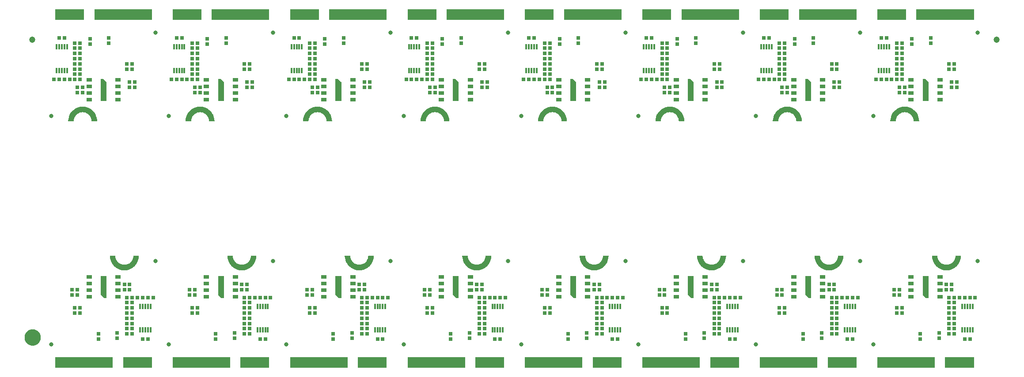
<source format=gbs>
G04 EAGLE Gerber RS-274X export*
G75*
%MOMM*%
%FSLAX34Y34*%
%LPD*%
%INSoldermask Bottom*%
%IPPOS*%
%AMOC8*
5,1,8,0,0,1.08239X$1,22.5*%
G01*
%ADD10C,0.838200*%
%ADD11R,0.553200X2.153200*%
%ADD12C,0.555600*%
%ADD13R,0.803200X0.803200*%
%ADD14R,1.053200X0.703200*%
%ADD15R,0.400000X1.100000*%
%ADD16C,1.203200*%
%ADD17C,1.270000*%
%ADD18C,1.703200*%

G36*
X1729493Y192531D02*
X1729493Y192531D01*
X1729503Y192535D01*
X1729529Y192536D01*
X1733363Y193370D01*
X1733371Y193375D01*
X1733397Y193380D01*
X1737073Y194752D01*
X1737081Y194757D01*
X1737105Y194766D01*
X1740549Y196647D01*
X1740556Y196654D01*
X1740579Y196666D01*
X1743720Y199017D01*
X1743726Y199025D01*
X1743747Y199041D01*
X1746521Y201815D01*
X1746526Y201824D01*
X1746545Y201842D01*
X1748896Y204983D01*
X1748899Y204992D01*
X1748915Y205013D01*
X1750796Y208457D01*
X1750798Y208466D01*
X1750810Y208489D01*
X1752182Y212165D01*
X1752182Y212175D01*
X1752192Y212199D01*
X1753026Y216033D01*
X1753025Y216043D01*
X1753031Y216069D01*
X1753311Y219982D01*
X1753305Y220008D01*
X1753309Y220033D01*
X1753291Y220075D01*
X1753281Y220119D01*
X1753263Y220137D01*
X1753252Y220161D01*
X1753214Y220186D01*
X1753183Y220218D01*
X1753157Y220224D01*
X1753136Y220238D01*
X1753062Y220249D01*
X1743062Y220249D01*
X1743055Y220247D01*
X1743048Y220249D01*
X1742989Y220228D01*
X1742928Y220210D01*
X1742923Y220205D01*
X1742916Y220202D01*
X1742878Y220152D01*
X1742836Y220105D01*
X1742835Y220098D01*
X1742830Y220092D01*
X1742814Y220020D01*
X1742600Y217302D01*
X1741968Y214669D01*
X1740932Y212169D01*
X1739518Y209861D01*
X1737760Y207802D01*
X1735701Y206044D01*
X1733393Y204630D01*
X1730893Y203594D01*
X1728260Y202962D01*
X1725562Y202750D01*
X1722864Y202962D01*
X1720231Y203594D01*
X1717731Y204630D01*
X1715423Y206044D01*
X1713364Y207802D01*
X1713311Y207865D01*
X1712885Y208364D01*
X1712672Y208613D01*
X1712459Y208862D01*
X1712246Y209112D01*
X1711821Y209610D01*
X1711820Y209610D01*
X1711608Y209859D01*
X1711606Y209861D01*
X1710192Y212169D01*
X1709156Y214669D01*
X1708524Y217302D01*
X1708310Y220020D01*
X1708308Y220026D01*
X1708309Y220033D01*
X1708283Y220091D01*
X1708261Y220150D01*
X1708255Y220155D01*
X1708252Y220161D01*
X1708199Y220196D01*
X1708149Y220234D01*
X1708142Y220234D01*
X1708136Y220238D01*
X1708062Y220249D01*
X1698062Y220249D01*
X1698037Y220242D01*
X1698011Y220244D01*
X1697971Y220223D01*
X1697928Y220210D01*
X1697911Y220190D01*
X1697888Y220178D01*
X1697866Y220139D01*
X1697836Y220105D01*
X1697832Y220079D01*
X1697819Y220056D01*
X1697813Y219982D01*
X1698093Y216069D01*
X1698097Y216059D01*
X1698098Y216033D01*
X1698932Y212199D01*
X1698937Y212191D01*
X1698942Y212165D01*
X1700314Y208489D01*
X1700319Y208481D01*
X1700328Y208457D01*
X1702209Y205013D01*
X1702216Y205006D01*
X1702228Y204983D01*
X1704579Y201842D01*
X1704587Y201836D01*
X1704603Y201815D01*
X1707377Y199041D01*
X1707386Y199036D01*
X1707404Y199017D01*
X1710545Y196666D01*
X1710554Y196663D01*
X1710575Y196647D01*
X1714019Y194766D01*
X1714028Y194764D01*
X1714051Y194752D01*
X1717727Y193380D01*
X1717737Y193380D01*
X1717761Y193370D01*
X1721595Y192536D01*
X1721605Y192537D01*
X1721631Y192531D01*
X1725544Y192251D01*
X1725554Y192253D01*
X1725580Y192251D01*
X1729493Y192531D01*
G37*
G36*
X1279329Y192531D02*
X1279329Y192531D01*
X1279338Y192535D01*
X1279364Y192536D01*
X1283198Y193370D01*
X1283207Y193375D01*
X1283233Y193380D01*
X1286909Y194752D01*
X1286917Y194757D01*
X1286941Y194766D01*
X1290385Y196647D01*
X1290392Y196654D01*
X1290415Y196666D01*
X1293556Y199017D01*
X1293562Y199025D01*
X1293583Y199041D01*
X1296357Y201815D01*
X1296362Y201824D01*
X1296380Y201842D01*
X1298732Y204983D01*
X1298735Y204992D01*
X1298751Y205013D01*
X1300631Y208457D01*
X1300634Y208466D01*
X1300646Y208489D01*
X1302017Y212165D01*
X1302018Y212175D01*
X1302027Y212199D01*
X1302861Y216033D01*
X1302861Y216043D01*
X1302867Y216069D01*
X1303146Y219982D01*
X1303141Y220008D01*
X1303145Y220033D01*
X1303126Y220075D01*
X1303117Y220119D01*
X1303099Y220137D01*
X1303088Y220161D01*
X1303050Y220186D01*
X1303018Y220218D01*
X1302993Y220224D01*
X1302971Y220238D01*
X1302898Y220249D01*
X1292898Y220249D01*
X1292891Y220247D01*
X1292884Y220249D01*
X1292825Y220228D01*
X1292764Y220210D01*
X1292759Y220205D01*
X1292752Y220202D01*
X1292713Y220152D01*
X1292672Y220105D01*
X1292671Y220098D01*
X1292666Y220092D01*
X1292649Y220020D01*
X1292435Y217302D01*
X1291804Y214669D01*
X1290768Y212169D01*
X1289353Y209861D01*
X1287595Y207802D01*
X1285537Y206044D01*
X1283229Y204630D01*
X1280728Y203594D01*
X1278096Y202962D01*
X1275398Y202750D01*
X1272699Y202962D01*
X1270067Y203594D01*
X1267566Y204630D01*
X1265259Y206044D01*
X1263200Y207802D01*
X1263147Y207865D01*
X1263146Y207865D01*
X1262721Y208364D01*
X1262508Y208613D01*
X1262295Y208862D01*
X1262082Y209112D01*
X1261656Y209610D01*
X1261443Y209859D01*
X1261442Y209861D01*
X1260028Y212169D01*
X1258992Y214669D01*
X1258360Y217302D01*
X1258146Y220020D01*
X1258144Y220026D01*
X1258145Y220033D01*
X1258119Y220091D01*
X1258097Y220150D01*
X1258091Y220155D01*
X1258088Y220161D01*
X1258035Y220196D01*
X1257985Y220234D01*
X1257977Y220234D01*
X1257971Y220238D01*
X1257898Y220249D01*
X1247898Y220249D01*
X1247873Y220242D01*
X1247847Y220244D01*
X1247807Y220223D01*
X1247764Y220210D01*
X1247746Y220190D01*
X1247724Y220178D01*
X1247701Y220139D01*
X1247672Y220105D01*
X1247668Y220079D01*
X1247655Y220056D01*
X1247649Y219982D01*
X1247929Y216069D01*
X1247932Y216059D01*
X1247934Y216033D01*
X1248768Y212199D01*
X1248773Y212191D01*
X1248778Y212165D01*
X1250149Y208489D01*
X1250155Y208481D01*
X1250164Y208457D01*
X1252045Y205013D01*
X1252051Y205006D01*
X1252064Y204983D01*
X1254415Y201842D01*
X1254423Y201836D01*
X1254438Y201815D01*
X1257213Y199041D01*
X1257221Y199036D01*
X1257240Y199017D01*
X1260381Y196666D01*
X1260390Y196663D01*
X1260411Y196647D01*
X1263854Y194766D01*
X1263864Y194764D01*
X1263887Y194752D01*
X1267563Y193380D01*
X1267573Y193380D01*
X1267597Y193370D01*
X1271431Y192536D01*
X1271441Y192537D01*
X1271466Y192531D01*
X1275380Y192251D01*
X1275390Y192253D01*
X1275416Y192251D01*
X1279329Y192531D01*
G37*
G36*
X1054260Y192531D02*
X1054260Y192531D01*
X1054269Y192535D01*
X1054295Y192536D01*
X1058129Y193370D01*
X1058138Y193375D01*
X1058163Y193380D01*
X1061839Y194752D01*
X1061847Y194757D01*
X1061872Y194766D01*
X1065315Y196647D01*
X1065322Y196654D01*
X1065345Y196666D01*
X1068486Y199017D01*
X1068492Y199025D01*
X1068513Y199041D01*
X1071288Y201815D01*
X1071292Y201824D01*
X1071311Y201842D01*
X1073662Y204983D01*
X1073666Y204992D01*
X1073682Y205013D01*
X1075562Y208457D01*
X1075564Y208466D01*
X1075577Y208489D01*
X1076948Y212165D01*
X1076949Y212175D01*
X1076958Y212199D01*
X1077792Y216033D01*
X1077791Y216043D01*
X1077797Y216069D01*
X1078077Y219982D01*
X1078072Y220008D01*
X1078075Y220033D01*
X1078057Y220075D01*
X1078048Y220119D01*
X1078029Y220137D01*
X1078019Y220161D01*
X1077981Y220186D01*
X1077949Y220218D01*
X1077924Y220224D01*
X1077902Y220238D01*
X1077828Y220249D01*
X1067828Y220249D01*
X1067821Y220247D01*
X1067814Y220249D01*
X1067755Y220228D01*
X1067694Y220210D01*
X1067689Y220205D01*
X1067683Y220202D01*
X1067644Y220152D01*
X1067602Y220105D01*
X1067601Y220098D01*
X1067597Y220092D01*
X1067580Y220020D01*
X1067366Y217302D01*
X1066734Y214669D01*
X1065698Y212169D01*
X1064284Y209861D01*
X1062526Y207802D01*
X1060468Y206044D01*
X1058160Y204630D01*
X1055659Y203594D01*
X1053027Y202962D01*
X1050328Y202750D01*
X1047630Y202962D01*
X1044998Y203594D01*
X1042497Y204630D01*
X1040189Y206044D01*
X1038131Y207802D01*
X1038077Y207865D01*
X1037651Y208364D01*
X1037438Y208613D01*
X1037226Y208862D01*
X1037225Y208862D01*
X1037013Y209112D01*
X1036587Y209610D01*
X1036374Y209859D01*
X1036373Y209861D01*
X1034959Y212169D01*
X1033923Y214669D01*
X1033291Y217302D01*
X1033077Y220020D01*
X1033074Y220026D01*
X1033075Y220033D01*
X1033050Y220091D01*
X1033027Y220150D01*
X1033022Y220155D01*
X1033019Y220161D01*
X1032966Y220196D01*
X1032915Y220234D01*
X1032908Y220234D01*
X1032902Y220238D01*
X1032828Y220249D01*
X1022828Y220249D01*
X1022803Y220242D01*
X1022777Y220244D01*
X1022738Y220223D01*
X1022694Y220210D01*
X1022677Y220190D01*
X1022654Y220178D01*
X1022632Y220139D01*
X1022602Y220105D01*
X1022598Y220079D01*
X1022586Y220056D01*
X1022580Y219982D01*
X1022860Y216069D01*
X1022863Y216059D01*
X1022865Y216033D01*
X1023699Y212199D01*
X1023703Y212191D01*
X1023709Y212165D01*
X1025080Y208489D01*
X1025086Y208481D01*
X1025095Y208457D01*
X1026975Y205013D01*
X1026982Y205006D01*
X1026994Y204983D01*
X1029346Y201842D01*
X1029354Y201836D01*
X1029369Y201815D01*
X1032144Y199041D01*
X1032152Y199036D01*
X1032170Y199017D01*
X1035311Y196666D01*
X1035321Y196663D01*
X1035341Y196647D01*
X1038785Y194766D01*
X1038794Y194764D01*
X1038817Y194752D01*
X1042494Y193380D01*
X1042503Y193380D01*
X1042528Y193370D01*
X1046362Y192536D01*
X1046371Y192537D01*
X1046397Y192531D01*
X1050311Y192251D01*
X1050320Y192253D01*
X1050346Y192251D01*
X1054260Y192531D01*
G37*
G36*
X604096Y192531D02*
X604096Y192531D01*
X604105Y192535D01*
X604131Y192536D01*
X607965Y193370D01*
X607973Y193375D01*
X607999Y193380D01*
X611675Y194752D01*
X611683Y194757D01*
X611708Y194766D01*
X615151Y196647D01*
X615158Y196654D01*
X615181Y196666D01*
X618322Y199017D01*
X618328Y199025D01*
X618349Y199041D01*
X621124Y201815D01*
X621128Y201824D01*
X621147Y201842D01*
X623498Y204983D01*
X623502Y204992D01*
X623517Y205013D01*
X625398Y208457D01*
X625400Y208466D01*
X625413Y208489D01*
X626784Y212165D01*
X626784Y212175D01*
X626794Y212199D01*
X627628Y216033D01*
X627627Y216043D01*
X627633Y216069D01*
X627913Y219982D01*
X627907Y220008D01*
X627911Y220033D01*
X627893Y220075D01*
X627883Y220119D01*
X627865Y220137D01*
X627854Y220161D01*
X627817Y220186D01*
X627785Y220218D01*
X627759Y220224D01*
X627738Y220238D01*
X627664Y220249D01*
X617664Y220249D01*
X617657Y220247D01*
X617650Y220249D01*
X617591Y220228D01*
X617530Y220210D01*
X617525Y220205D01*
X617518Y220202D01*
X617480Y220152D01*
X617438Y220105D01*
X617437Y220098D01*
X617433Y220092D01*
X617416Y220020D01*
X617202Y217302D01*
X616570Y214669D01*
X615534Y212169D01*
X614120Y209861D01*
X612362Y207802D01*
X610304Y206044D01*
X607996Y204630D01*
X605495Y203594D01*
X602863Y202962D01*
X600164Y202750D01*
X597466Y202962D01*
X594834Y203594D01*
X592333Y204630D01*
X590025Y206044D01*
X587967Y207802D01*
X587913Y207865D01*
X587487Y208364D01*
X587274Y208613D01*
X587061Y208862D01*
X586848Y209112D01*
X586423Y209610D01*
X586210Y209859D01*
X586209Y209861D01*
X584794Y212169D01*
X583759Y214669D01*
X583127Y217302D01*
X582913Y220020D01*
X582910Y220026D01*
X582911Y220033D01*
X582885Y220091D01*
X582863Y220150D01*
X582857Y220155D01*
X582854Y220161D01*
X582802Y220196D01*
X582751Y220234D01*
X582744Y220234D01*
X582738Y220238D01*
X582664Y220249D01*
X572664Y220249D01*
X572639Y220242D01*
X572613Y220244D01*
X572573Y220223D01*
X572530Y220210D01*
X572513Y220190D01*
X572490Y220178D01*
X572468Y220139D01*
X572438Y220105D01*
X572434Y220079D01*
X572421Y220056D01*
X572416Y219982D01*
X572695Y216069D01*
X572699Y216059D01*
X572701Y216033D01*
X573535Y212199D01*
X573539Y212191D01*
X573545Y212165D01*
X574916Y208489D01*
X574922Y208481D01*
X574931Y208457D01*
X576811Y205013D01*
X576818Y205006D01*
X576830Y204983D01*
X579182Y201842D01*
X579189Y201836D01*
X579205Y201815D01*
X581979Y199041D01*
X581988Y199036D01*
X582006Y199017D01*
X585147Y196666D01*
X585156Y196663D01*
X585177Y196647D01*
X588621Y194766D01*
X588630Y194764D01*
X588653Y194752D01*
X592329Y193380D01*
X592339Y193380D01*
X592364Y193370D01*
X596198Y192536D01*
X596207Y192537D01*
X596233Y192531D01*
X600146Y192251D01*
X600156Y192253D01*
X600182Y192251D01*
X604096Y192531D01*
G37*
G36*
X1504424Y192531D02*
X1504424Y192531D01*
X1504433Y192535D01*
X1504459Y192536D01*
X1508293Y193370D01*
X1508302Y193375D01*
X1508327Y193380D01*
X1512004Y194752D01*
X1512011Y194757D01*
X1512036Y194766D01*
X1515480Y196647D01*
X1515486Y196654D01*
X1515510Y196666D01*
X1518651Y199017D01*
X1518656Y199025D01*
X1518678Y199041D01*
X1521452Y201815D01*
X1521457Y201824D01*
X1521475Y201842D01*
X1523827Y204983D01*
X1523830Y204992D01*
X1523846Y205013D01*
X1525726Y208457D01*
X1525728Y208466D01*
X1525741Y208489D01*
X1527112Y212165D01*
X1527113Y212175D01*
X1527122Y212199D01*
X1527956Y216033D01*
X1527956Y216043D01*
X1527961Y216069D01*
X1528241Y219982D01*
X1528236Y220008D01*
X1528240Y220033D01*
X1528221Y220075D01*
X1528212Y220119D01*
X1528193Y220137D01*
X1528183Y220161D01*
X1528145Y220186D01*
X1528113Y220218D01*
X1528088Y220224D01*
X1528066Y220238D01*
X1527993Y220249D01*
X1517993Y220249D01*
X1517986Y220247D01*
X1517979Y220249D01*
X1517919Y220228D01*
X1517858Y220210D01*
X1517854Y220205D01*
X1517847Y220202D01*
X1517808Y220152D01*
X1517766Y220105D01*
X1517765Y220098D01*
X1517761Y220092D01*
X1517744Y220020D01*
X1517530Y217302D01*
X1516898Y214669D01*
X1515862Y212169D01*
X1514448Y209861D01*
X1512690Y207802D01*
X1510632Y206044D01*
X1508324Y204630D01*
X1505823Y203594D01*
X1503191Y202962D01*
X1500493Y202750D01*
X1497794Y202962D01*
X1495162Y203594D01*
X1492661Y204630D01*
X1490353Y206044D01*
X1488295Y207802D01*
X1488241Y207865D01*
X1487816Y208364D01*
X1487815Y208364D01*
X1487603Y208613D01*
X1487390Y208862D01*
X1487177Y209112D01*
X1486751Y209610D01*
X1486538Y209859D01*
X1486537Y209861D01*
X1485123Y212169D01*
X1484087Y214669D01*
X1483455Y217302D01*
X1483241Y220020D01*
X1483239Y220026D01*
X1483240Y220033D01*
X1483214Y220091D01*
X1483191Y220150D01*
X1483186Y220155D01*
X1483183Y220161D01*
X1483130Y220196D01*
X1483079Y220234D01*
X1483072Y220234D01*
X1483066Y220238D01*
X1482993Y220249D01*
X1472993Y220249D01*
X1472968Y220242D01*
X1472942Y220244D01*
X1472902Y220223D01*
X1472858Y220210D01*
X1472841Y220190D01*
X1472818Y220178D01*
X1472796Y220139D01*
X1472766Y220105D01*
X1472763Y220079D01*
X1472750Y220056D01*
X1472744Y219982D01*
X1473024Y216069D01*
X1473027Y216059D01*
X1473029Y216033D01*
X1473863Y212199D01*
X1473868Y212191D01*
X1473873Y212165D01*
X1475244Y208489D01*
X1475250Y208481D01*
X1475259Y208457D01*
X1477139Y205013D01*
X1477146Y205006D01*
X1477159Y204983D01*
X1479510Y201842D01*
X1479518Y201836D01*
X1479533Y201815D01*
X1482308Y199041D01*
X1482316Y199036D01*
X1482335Y199017D01*
X1485476Y196666D01*
X1485485Y196663D01*
X1485506Y196647D01*
X1488949Y194766D01*
X1488959Y194764D01*
X1488982Y194752D01*
X1492658Y193380D01*
X1492668Y193380D01*
X1492692Y193370D01*
X1496526Y192536D01*
X1496536Y192537D01*
X1496561Y192531D01*
X1500475Y192251D01*
X1500484Y192253D01*
X1500510Y192251D01*
X1504424Y192531D01*
G37*
G36*
X829165Y192531D02*
X829165Y192531D01*
X829174Y192535D01*
X829200Y192536D01*
X833034Y193370D01*
X833043Y193375D01*
X833068Y193380D01*
X836745Y194752D01*
X836752Y194757D01*
X836777Y194766D01*
X840221Y196647D01*
X840227Y196654D01*
X840251Y196666D01*
X843392Y199017D01*
X843397Y199025D01*
X843419Y199041D01*
X846193Y201815D01*
X846198Y201824D01*
X846216Y201842D01*
X848568Y204983D01*
X848571Y204992D01*
X848587Y205013D01*
X850467Y208457D01*
X850469Y208466D01*
X850482Y208489D01*
X851853Y212165D01*
X851854Y212175D01*
X851863Y212199D01*
X852697Y216033D01*
X852697Y216043D01*
X852702Y216069D01*
X852982Y219982D01*
X852977Y220008D01*
X852981Y220033D01*
X852962Y220075D01*
X852953Y220119D01*
X852934Y220137D01*
X852924Y220161D01*
X852886Y220186D01*
X852854Y220218D01*
X852829Y220224D01*
X852807Y220238D01*
X852734Y220249D01*
X842734Y220249D01*
X842727Y220247D01*
X842720Y220249D01*
X842660Y220228D01*
X842599Y220210D01*
X842595Y220205D01*
X842588Y220202D01*
X842549Y220152D01*
X842507Y220105D01*
X842506Y220098D01*
X842502Y220092D01*
X842485Y220020D01*
X842271Y217302D01*
X841639Y214669D01*
X840603Y212169D01*
X839189Y209861D01*
X837431Y207802D01*
X835373Y206044D01*
X833065Y204630D01*
X830564Y203594D01*
X827932Y202962D01*
X825234Y202750D01*
X822535Y202962D01*
X819903Y203594D01*
X817402Y204630D01*
X815094Y206044D01*
X813036Y207802D01*
X812982Y207865D01*
X812557Y208364D01*
X812556Y208364D01*
X812344Y208613D01*
X812131Y208862D01*
X811918Y209112D01*
X811492Y209610D01*
X811279Y209859D01*
X811278Y209861D01*
X809864Y212169D01*
X808828Y214669D01*
X808196Y217302D01*
X807982Y220020D01*
X807980Y220026D01*
X807981Y220033D01*
X807955Y220091D01*
X807932Y220150D01*
X807927Y220155D01*
X807924Y220161D01*
X807871Y220196D01*
X807820Y220234D01*
X807813Y220234D01*
X807807Y220238D01*
X807734Y220249D01*
X797734Y220249D01*
X797709Y220242D01*
X797683Y220244D01*
X797643Y220223D01*
X797599Y220210D01*
X797582Y220190D01*
X797559Y220178D01*
X797537Y220139D01*
X797507Y220105D01*
X797504Y220079D01*
X797491Y220056D01*
X797485Y219982D01*
X797765Y216069D01*
X797768Y216059D01*
X797770Y216033D01*
X798604Y212199D01*
X798609Y212191D01*
X798614Y212165D01*
X799985Y208489D01*
X799991Y208481D01*
X800000Y208457D01*
X801880Y205013D01*
X801887Y205006D01*
X801900Y204983D01*
X804251Y201842D01*
X804259Y201836D01*
X804274Y201815D01*
X807049Y199041D01*
X807057Y199036D01*
X807076Y199017D01*
X810217Y196666D01*
X810226Y196663D01*
X810247Y196647D01*
X813690Y194766D01*
X813700Y194764D01*
X813723Y194752D01*
X817399Y193380D01*
X817409Y193380D01*
X817433Y193370D01*
X821267Y192536D01*
X821277Y192537D01*
X821302Y192531D01*
X825216Y192251D01*
X825225Y192253D01*
X825251Y192251D01*
X829165Y192531D01*
G37*
G36*
X379001Y192531D02*
X379001Y192531D01*
X379010Y192535D01*
X379036Y192536D01*
X382870Y193370D01*
X382879Y193375D01*
X382904Y193380D01*
X386580Y194752D01*
X386588Y194757D01*
X386613Y194766D01*
X390056Y196647D01*
X390063Y196654D01*
X390086Y196666D01*
X393227Y199017D01*
X393233Y199025D01*
X393254Y199041D01*
X396029Y201815D01*
X396033Y201824D01*
X396052Y201842D01*
X398403Y204983D01*
X398407Y204992D01*
X398423Y205013D01*
X400303Y208457D01*
X400305Y208466D01*
X400318Y208489D01*
X401689Y212165D01*
X401690Y212175D01*
X401699Y212199D01*
X402533Y216033D01*
X402532Y216043D01*
X402538Y216069D01*
X402818Y219982D01*
X402813Y220008D01*
X402816Y220033D01*
X402798Y220075D01*
X402789Y220119D01*
X402770Y220137D01*
X402760Y220161D01*
X402722Y220186D01*
X402690Y220218D01*
X402665Y220224D01*
X402643Y220238D01*
X402569Y220249D01*
X392569Y220249D01*
X392562Y220247D01*
X392555Y220249D01*
X392496Y220228D01*
X392435Y220210D01*
X392430Y220205D01*
X392424Y220202D01*
X392385Y220152D01*
X392343Y220105D01*
X392342Y220098D01*
X392338Y220092D01*
X392321Y220020D01*
X392107Y217302D01*
X391475Y214669D01*
X390439Y212169D01*
X389025Y209861D01*
X387267Y207802D01*
X385209Y206044D01*
X382901Y204630D01*
X380400Y203594D01*
X377768Y202962D01*
X375069Y202750D01*
X372371Y202962D01*
X369739Y203594D01*
X367238Y204630D01*
X364930Y206044D01*
X362872Y207802D01*
X362818Y207865D01*
X362392Y208364D01*
X362179Y208613D01*
X361967Y208862D01*
X361966Y208862D01*
X361754Y209112D01*
X361328Y209610D01*
X361115Y209859D01*
X361114Y209861D01*
X359700Y212169D01*
X358664Y214669D01*
X358032Y217302D01*
X357818Y220020D01*
X357815Y220026D01*
X357816Y220033D01*
X357791Y220091D01*
X357768Y220150D01*
X357763Y220155D01*
X357760Y220161D01*
X357707Y220196D01*
X357656Y220234D01*
X357649Y220234D01*
X357643Y220238D01*
X357569Y220249D01*
X347569Y220249D01*
X347544Y220242D01*
X347518Y220244D01*
X347479Y220223D01*
X347435Y220210D01*
X347418Y220190D01*
X347395Y220178D01*
X347373Y220139D01*
X347343Y220105D01*
X347339Y220079D01*
X347327Y220056D01*
X347321Y219982D01*
X347601Y216069D01*
X347604Y216059D01*
X347606Y216033D01*
X348440Y212199D01*
X348444Y212191D01*
X348450Y212165D01*
X349821Y208489D01*
X349827Y208481D01*
X349836Y208457D01*
X351716Y205013D01*
X351723Y205006D01*
X351735Y204983D01*
X354087Y201842D01*
X354095Y201836D01*
X354110Y201815D01*
X356885Y199041D01*
X356893Y199036D01*
X356911Y199017D01*
X360052Y196666D01*
X360062Y196663D01*
X360082Y196647D01*
X363526Y194766D01*
X363535Y194764D01*
X363558Y194752D01*
X367235Y193380D01*
X367244Y193380D01*
X367269Y193370D01*
X371103Y192536D01*
X371112Y192537D01*
X371138Y192531D01*
X375052Y192251D01*
X375061Y192253D01*
X375087Y192251D01*
X379001Y192531D01*
G37*
G36*
X153931Y192531D02*
X153931Y192531D01*
X153941Y192535D01*
X153967Y192536D01*
X157801Y193370D01*
X157809Y193375D01*
X157835Y193380D01*
X161511Y194752D01*
X161519Y194757D01*
X161543Y194766D01*
X164987Y196647D01*
X164994Y196654D01*
X165017Y196666D01*
X168158Y199017D01*
X168164Y199025D01*
X168185Y199041D01*
X170959Y201815D01*
X170964Y201824D01*
X170983Y201842D01*
X173334Y204983D01*
X173337Y204992D01*
X173353Y205013D01*
X175234Y208457D01*
X175236Y208466D01*
X175248Y208489D01*
X176620Y212165D01*
X176620Y212175D01*
X176630Y212199D01*
X177464Y216033D01*
X177463Y216043D01*
X177469Y216069D01*
X177749Y219982D01*
X177743Y220008D01*
X177747Y220033D01*
X177729Y220075D01*
X177719Y220119D01*
X177701Y220137D01*
X177690Y220161D01*
X177652Y220186D01*
X177621Y220218D01*
X177595Y220224D01*
X177574Y220238D01*
X177500Y220249D01*
X167500Y220249D01*
X167493Y220247D01*
X167486Y220249D01*
X167427Y220228D01*
X167366Y220210D01*
X167361Y220205D01*
X167354Y220202D01*
X167316Y220152D01*
X167274Y220105D01*
X167273Y220098D01*
X167268Y220092D01*
X167252Y220020D01*
X167038Y217302D01*
X166406Y214669D01*
X165370Y212169D01*
X163956Y209861D01*
X162198Y207802D01*
X160139Y206044D01*
X157831Y204630D01*
X155331Y203594D01*
X152698Y202962D01*
X150000Y202750D01*
X147302Y202962D01*
X144669Y203594D01*
X142169Y204630D01*
X139861Y206044D01*
X137802Y207802D01*
X137749Y207865D01*
X137323Y208364D01*
X137110Y208613D01*
X136897Y208862D01*
X136684Y209112D01*
X136259Y209610D01*
X136258Y209610D01*
X136046Y209859D01*
X136044Y209861D01*
X134630Y212169D01*
X133594Y214669D01*
X132962Y217302D01*
X132748Y220020D01*
X132746Y220026D01*
X132747Y220033D01*
X132721Y220091D01*
X132699Y220150D01*
X132693Y220155D01*
X132690Y220161D01*
X132637Y220196D01*
X132587Y220234D01*
X132580Y220234D01*
X132574Y220238D01*
X132500Y220249D01*
X122500Y220249D01*
X122475Y220242D01*
X122449Y220244D01*
X122409Y220223D01*
X122366Y220210D01*
X122349Y220190D01*
X122326Y220178D01*
X122304Y220139D01*
X122274Y220105D01*
X122270Y220079D01*
X122257Y220056D01*
X122251Y219982D01*
X122531Y216069D01*
X122535Y216059D01*
X122536Y216033D01*
X123370Y212199D01*
X123375Y212191D01*
X123380Y212165D01*
X124752Y208489D01*
X124757Y208481D01*
X124766Y208457D01*
X126647Y205013D01*
X126654Y205006D01*
X126666Y204983D01*
X129017Y201842D01*
X129025Y201836D01*
X129041Y201815D01*
X131815Y199041D01*
X131824Y199036D01*
X131842Y199017D01*
X134983Y196666D01*
X134992Y196663D01*
X135013Y196647D01*
X138457Y194766D01*
X138466Y194764D01*
X138489Y194752D01*
X142165Y193380D01*
X142175Y193380D01*
X142199Y193370D01*
X146033Y192536D01*
X146043Y192537D01*
X146069Y192531D01*
X149982Y192251D01*
X149992Y192253D01*
X150018Y192251D01*
X153931Y192531D01*
G37*
G36*
X52496Y478253D02*
X52496Y478253D01*
X52503Y478251D01*
X52563Y478272D01*
X52624Y478290D01*
X52628Y478295D01*
X52635Y478298D01*
X52674Y478348D01*
X52716Y478395D01*
X52717Y478402D01*
X52721Y478408D01*
X52738Y478480D01*
X52952Y481198D01*
X53584Y483831D01*
X54620Y486331D01*
X56034Y488639D01*
X57792Y490698D01*
X59850Y492456D01*
X62158Y493870D01*
X64659Y494906D01*
X67291Y495538D01*
X69989Y495750D01*
X72688Y495538D01*
X75320Y494906D01*
X77821Y493870D01*
X80129Y492456D01*
X82187Y490698D01*
X82311Y490552D01*
X82524Y490303D01*
X82950Y489804D01*
X83163Y489555D01*
X83376Y489306D01*
X83588Y489057D01*
X83589Y489057D01*
X83801Y488807D01*
X83945Y488639D01*
X85359Y486331D01*
X86395Y483831D01*
X87027Y481198D01*
X87241Y478480D01*
X87244Y478474D01*
X87242Y478467D01*
X87268Y478409D01*
X87291Y478350D01*
X87296Y478345D01*
X87299Y478339D01*
X87352Y478304D01*
X87403Y478266D01*
X87410Y478266D01*
X87416Y478262D01*
X87489Y478251D01*
X97489Y478251D01*
X97514Y478258D01*
X97540Y478256D01*
X97580Y478277D01*
X97624Y478290D01*
X97641Y478310D01*
X97664Y478322D01*
X97686Y478361D01*
X97716Y478395D01*
X97719Y478421D01*
X97732Y478444D01*
X97738Y478518D01*
X97458Y482431D01*
X97455Y482441D01*
X97453Y482467D01*
X96619Y486301D01*
X96614Y486309D01*
X96609Y486335D01*
X95238Y490011D01*
X95232Y490019D01*
X95223Y490043D01*
X93343Y493487D01*
X93336Y493494D01*
X93323Y493517D01*
X90972Y496658D01*
X90964Y496664D01*
X90949Y496685D01*
X88174Y499459D01*
X88166Y499464D01*
X88147Y499483D01*
X85006Y501834D01*
X84997Y501837D01*
X84976Y501853D01*
X81533Y503734D01*
X81523Y503736D01*
X81500Y503748D01*
X77824Y505120D01*
X77815Y505120D01*
X77790Y505130D01*
X73956Y505964D01*
X73946Y505963D01*
X73921Y505969D01*
X70007Y506249D01*
X69998Y506247D01*
X69972Y506249D01*
X66058Y505969D01*
X66049Y505965D01*
X66023Y505964D01*
X62189Y505130D01*
X62180Y505125D01*
X62155Y505120D01*
X58478Y503748D01*
X58471Y503743D01*
X58446Y503734D01*
X55002Y501853D01*
X54996Y501846D01*
X54972Y501834D01*
X51831Y499483D01*
X51826Y499475D01*
X51805Y499459D01*
X49030Y496685D01*
X49025Y496676D01*
X49007Y496658D01*
X46655Y493517D01*
X46652Y493508D01*
X46636Y493487D01*
X44756Y490043D01*
X44754Y490034D01*
X44741Y490011D01*
X43370Y486335D01*
X43369Y486325D01*
X43360Y486301D01*
X42526Y482467D01*
X42526Y482457D01*
X42521Y482431D01*
X42241Y478518D01*
X42246Y478492D01*
X42242Y478467D01*
X42261Y478425D01*
X42270Y478381D01*
X42289Y478363D01*
X42299Y478339D01*
X42337Y478314D01*
X42369Y478282D01*
X42394Y478276D01*
X42416Y478262D01*
X42489Y478251D01*
X52489Y478251D01*
X52496Y478253D01*
G37*
G36*
X502661Y478253D02*
X502661Y478253D01*
X502668Y478251D01*
X502727Y478272D01*
X502788Y478290D01*
X502793Y478295D01*
X502799Y478298D01*
X502838Y478348D01*
X502880Y478395D01*
X502881Y478402D01*
X502885Y478408D01*
X502902Y478480D01*
X503116Y481198D01*
X503748Y483831D01*
X504784Y486331D01*
X506198Y488639D01*
X507956Y490698D01*
X510014Y492456D01*
X512322Y493870D01*
X514823Y494906D01*
X517455Y495538D01*
X520154Y495750D01*
X522852Y495538D01*
X525484Y494906D01*
X527985Y493870D01*
X530293Y492456D01*
X532351Y490698D01*
X532475Y490552D01*
X532688Y490303D01*
X533114Y489804D01*
X533327Y489555D01*
X533540Y489306D01*
X533753Y489057D01*
X533966Y488807D01*
X534109Y488639D01*
X535523Y486331D01*
X536559Y483831D01*
X537191Y481198D01*
X537405Y478480D01*
X537408Y478474D01*
X537407Y478467D01*
X537432Y478409D01*
X537455Y478350D01*
X537461Y478345D01*
X537463Y478339D01*
X537516Y478304D01*
X537567Y478266D01*
X537574Y478266D01*
X537580Y478262D01*
X537654Y478251D01*
X547654Y478251D01*
X547679Y478258D01*
X547705Y478256D01*
X547744Y478277D01*
X547788Y478290D01*
X547805Y478310D01*
X547828Y478322D01*
X547850Y478361D01*
X547880Y478395D01*
X547884Y478421D01*
X547896Y478444D01*
X547902Y478518D01*
X547622Y482431D01*
X547619Y482441D01*
X547617Y482467D01*
X546783Y486301D01*
X546779Y486309D01*
X546773Y486335D01*
X545402Y490011D01*
X545396Y490019D01*
X545387Y490043D01*
X543507Y493487D01*
X543500Y493494D01*
X543488Y493517D01*
X541136Y496658D01*
X541129Y496664D01*
X541113Y496685D01*
X538339Y499459D01*
X538330Y499464D01*
X538312Y499483D01*
X535171Y501834D01*
X535162Y501837D01*
X535141Y501853D01*
X531697Y503734D01*
X531688Y503736D01*
X531665Y503748D01*
X527988Y505120D01*
X527979Y505120D01*
X527954Y505130D01*
X524120Y505964D01*
X524111Y505963D01*
X524085Y505969D01*
X520171Y506249D01*
X520162Y506247D01*
X520136Y506249D01*
X516222Y505969D01*
X516213Y505965D01*
X516187Y505964D01*
X512353Y505130D01*
X512344Y505125D01*
X512319Y505120D01*
X508643Y503748D01*
X508635Y503743D01*
X508610Y503734D01*
X505167Y501853D01*
X505160Y501846D01*
X505137Y501834D01*
X501996Y499483D01*
X501990Y499475D01*
X501969Y499459D01*
X499194Y496685D01*
X499190Y496676D01*
X499171Y496658D01*
X496820Y493517D01*
X496816Y493508D01*
X496800Y493487D01*
X494920Y490043D01*
X494918Y490034D01*
X494905Y490011D01*
X493534Y486335D01*
X493533Y486325D01*
X493524Y486301D01*
X492690Y482467D01*
X492691Y482457D01*
X492685Y482431D01*
X492405Y478518D01*
X492410Y478492D01*
X492407Y478467D01*
X492425Y478425D01*
X492435Y478381D01*
X492453Y478363D01*
X492463Y478339D01*
X492501Y478314D01*
X492533Y478282D01*
X492558Y478276D01*
X492580Y478262D01*
X492654Y478251D01*
X502654Y478251D01*
X502661Y478253D01*
G37*
G36*
X1628058Y478253D02*
X1628058Y478253D01*
X1628065Y478251D01*
X1628125Y478272D01*
X1628186Y478290D01*
X1628190Y478295D01*
X1628197Y478298D01*
X1628236Y478348D01*
X1628278Y478395D01*
X1628279Y478402D01*
X1628283Y478408D01*
X1628300Y478480D01*
X1628514Y481198D01*
X1629146Y483831D01*
X1630182Y486331D01*
X1631596Y488639D01*
X1633354Y490698D01*
X1635412Y492456D01*
X1637720Y493870D01*
X1640221Y494906D01*
X1642853Y495538D01*
X1645551Y495750D01*
X1648250Y495538D01*
X1650882Y494906D01*
X1653383Y493870D01*
X1655691Y492456D01*
X1657749Y490698D01*
X1657873Y490552D01*
X1658086Y490303D01*
X1658512Y489804D01*
X1658725Y489555D01*
X1658938Y489306D01*
X1659150Y489057D01*
X1659151Y489057D01*
X1659363Y488807D01*
X1659507Y488639D01*
X1660921Y486331D01*
X1661957Y483831D01*
X1662589Y481198D01*
X1662803Y478480D01*
X1662806Y478474D01*
X1662804Y478467D01*
X1662830Y478409D01*
X1662853Y478350D01*
X1662858Y478345D01*
X1662861Y478339D01*
X1662914Y478304D01*
X1662965Y478266D01*
X1662972Y478266D01*
X1662978Y478262D01*
X1663051Y478251D01*
X1673051Y478251D01*
X1673076Y478258D01*
X1673102Y478256D01*
X1673142Y478277D01*
X1673186Y478290D01*
X1673203Y478310D01*
X1673226Y478322D01*
X1673248Y478361D01*
X1673278Y478395D01*
X1673281Y478421D01*
X1673294Y478444D01*
X1673300Y478518D01*
X1673020Y482431D01*
X1673017Y482441D01*
X1673015Y482467D01*
X1672181Y486301D01*
X1672176Y486309D01*
X1672171Y486335D01*
X1670800Y490011D01*
X1670794Y490019D01*
X1670785Y490043D01*
X1668905Y493487D01*
X1668898Y493494D01*
X1668885Y493517D01*
X1666534Y496658D01*
X1666526Y496664D01*
X1666511Y496685D01*
X1663736Y499459D01*
X1663728Y499464D01*
X1663709Y499483D01*
X1660568Y501834D01*
X1660559Y501837D01*
X1660538Y501853D01*
X1657095Y503734D01*
X1657085Y503736D01*
X1657062Y503748D01*
X1653386Y505120D01*
X1653377Y505120D01*
X1653352Y505130D01*
X1649518Y505964D01*
X1649508Y505963D01*
X1649483Y505969D01*
X1645569Y506249D01*
X1645560Y506247D01*
X1645534Y506249D01*
X1641620Y505969D01*
X1641611Y505965D01*
X1641585Y505964D01*
X1637751Y505130D01*
X1637742Y505125D01*
X1637717Y505120D01*
X1634040Y503748D01*
X1634033Y503743D01*
X1634008Y503734D01*
X1630564Y501853D01*
X1630558Y501846D01*
X1630534Y501834D01*
X1627393Y499483D01*
X1627388Y499475D01*
X1627367Y499459D01*
X1624592Y496685D01*
X1624587Y496676D01*
X1624569Y496658D01*
X1622217Y493517D01*
X1622214Y493508D01*
X1622198Y493487D01*
X1620318Y490043D01*
X1620316Y490034D01*
X1620303Y490011D01*
X1618932Y486335D01*
X1618931Y486325D01*
X1618922Y486301D01*
X1618088Y482467D01*
X1618088Y482457D01*
X1618083Y482431D01*
X1617803Y478518D01*
X1617808Y478492D01*
X1617804Y478467D01*
X1617823Y478425D01*
X1617832Y478381D01*
X1617851Y478363D01*
X1617861Y478339D01*
X1617899Y478314D01*
X1617931Y478282D01*
X1617956Y478276D01*
X1617978Y478262D01*
X1618051Y478251D01*
X1628051Y478251D01*
X1628058Y478253D01*
G37*
G36*
X1402989Y478253D02*
X1402989Y478253D01*
X1402996Y478251D01*
X1403055Y478272D01*
X1403116Y478290D01*
X1403121Y478295D01*
X1403128Y478298D01*
X1403167Y478348D01*
X1403208Y478395D01*
X1403209Y478402D01*
X1403214Y478408D01*
X1403230Y478480D01*
X1403444Y481198D01*
X1404076Y483831D01*
X1405112Y486331D01*
X1406526Y488639D01*
X1408284Y490698D01*
X1410343Y492456D01*
X1412651Y493870D01*
X1415151Y494906D01*
X1417784Y495538D01*
X1420482Y495750D01*
X1423180Y495538D01*
X1425813Y494906D01*
X1428313Y493870D01*
X1430621Y492456D01*
X1432680Y490698D01*
X1432804Y490552D01*
X1433017Y490303D01*
X1433442Y489804D01*
X1433443Y489804D01*
X1433655Y489555D01*
X1433868Y489306D01*
X1434081Y489057D01*
X1434294Y488807D01*
X1434438Y488639D01*
X1435852Y486331D01*
X1436888Y483831D01*
X1437520Y481198D01*
X1437734Y478480D01*
X1437736Y478474D01*
X1437735Y478467D01*
X1437761Y478409D01*
X1437783Y478350D01*
X1437789Y478345D01*
X1437792Y478339D01*
X1437845Y478304D01*
X1437895Y478266D01*
X1437903Y478266D01*
X1437909Y478262D01*
X1437982Y478251D01*
X1447982Y478251D01*
X1448007Y478258D01*
X1448033Y478256D01*
X1448073Y478277D01*
X1448116Y478290D01*
X1448133Y478310D01*
X1448156Y478322D01*
X1448178Y478361D01*
X1448208Y478395D01*
X1448212Y478421D01*
X1448225Y478444D01*
X1448231Y478518D01*
X1447951Y482431D01*
X1447947Y482441D01*
X1447946Y482467D01*
X1447112Y486301D01*
X1447107Y486309D01*
X1447102Y486335D01*
X1445730Y490011D01*
X1445725Y490019D01*
X1445716Y490043D01*
X1443835Y493487D01*
X1443828Y493494D01*
X1443816Y493517D01*
X1441465Y496658D01*
X1441457Y496664D01*
X1441441Y496685D01*
X1438667Y499459D01*
X1438658Y499464D01*
X1438640Y499483D01*
X1435499Y501834D01*
X1435490Y501837D01*
X1435469Y501853D01*
X1432025Y503734D01*
X1432016Y503736D01*
X1431993Y503748D01*
X1428317Y505120D01*
X1428307Y505120D01*
X1428283Y505130D01*
X1424449Y505964D01*
X1424439Y505963D01*
X1424413Y505969D01*
X1420500Y506249D01*
X1420490Y506247D01*
X1420464Y506249D01*
X1416551Y505969D01*
X1416541Y505965D01*
X1416515Y505964D01*
X1412681Y505130D01*
X1412673Y505125D01*
X1412647Y505120D01*
X1408971Y503748D01*
X1408963Y503743D01*
X1408939Y503734D01*
X1405495Y501853D01*
X1405488Y501846D01*
X1405465Y501834D01*
X1402324Y499483D01*
X1402318Y499475D01*
X1402297Y499459D01*
X1399523Y496685D01*
X1399518Y496676D01*
X1399499Y496658D01*
X1397148Y493517D01*
X1397145Y493508D01*
X1397129Y493487D01*
X1395248Y490043D01*
X1395246Y490034D01*
X1395234Y490011D01*
X1393862Y486335D01*
X1393862Y486325D01*
X1393852Y486301D01*
X1393018Y482467D01*
X1393019Y482457D01*
X1393013Y482431D01*
X1392733Y478518D01*
X1392739Y478492D01*
X1392735Y478467D01*
X1392753Y478425D01*
X1392763Y478381D01*
X1392781Y478363D01*
X1392792Y478339D01*
X1392830Y478314D01*
X1392861Y478282D01*
X1392887Y478276D01*
X1392909Y478262D01*
X1392982Y478251D01*
X1402982Y478251D01*
X1402989Y478253D01*
G37*
G36*
X952825Y478253D02*
X952825Y478253D01*
X952832Y478251D01*
X952891Y478272D01*
X952952Y478290D01*
X952957Y478295D01*
X952964Y478298D01*
X953002Y478348D01*
X953044Y478395D01*
X953045Y478402D01*
X953049Y478408D01*
X953066Y478480D01*
X953280Y481198D01*
X953912Y483831D01*
X954948Y486331D01*
X956362Y488639D01*
X958120Y490698D01*
X960179Y492456D01*
X962486Y493870D01*
X964987Y494906D01*
X967619Y495538D01*
X970318Y495750D01*
X973016Y495538D01*
X975648Y494906D01*
X978149Y493870D01*
X980457Y492456D01*
X982515Y490698D01*
X982640Y490552D01*
X982852Y490303D01*
X982853Y490303D01*
X983278Y489804D01*
X983491Y489555D01*
X983704Y489306D01*
X983917Y489057D01*
X984130Y488807D01*
X984273Y488639D01*
X985688Y486331D01*
X986724Y483831D01*
X987355Y481198D01*
X987569Y478480D01*
X987572Y478474D01*
X987571Y478467D01*
X987597Y478409D01*
X987619Y478350D01*
X987625Y478345D01*
X987628Y478339D01*
X987680Y478304D01*
X987731Y478266D01*
X987738Y478266D01*
X987744Y478262D01*
X987818Y478251D01*
X997818Y478251D01*
X997843Y478258D01*
X997869Y478256D01*
X997909Y478277D01*
X997952Y478290D01*
X997969Y478310D01*
X997992Y478322D01*
X998014Y478361D01*
X998044Y478395D01*
X998048Y478421D01*
X998061Y478444D01*
X998066Y478518D01*
X997787Y482431D01*
X997783Y482441D01*
X997781Y482467D01*
X996947Y486301D01*
X996943Y486309D01*
X996937Y486335D01*
X995566Y490011D01*
X995560Y490019D01*
X995551Y490043D01*
X993671Y493487D01*
X993664Y493494D01*
X993652Y493517D01*
X991300Y496658D01*
X991293Y496664D01*
X991277Y496685D01*
X988503Y499459D01*
X988494Y499464D01*
X988476Y499483D01*
X985335Y501834D01*
X985326Y501837D01*
X985305Y501853D01*
X981861Y503734D01*
X981852Y503736D01*
X981829Y503748D01*
X978153Y505120D01*
X978143Y505120D01*
X978118Y505130D01*
X974284Y505964D01*
X974275Y505963D01*
X974249Y505969D01*
X970336Y506249D01*
X970326Y506247D01*
X970300Y506249D01*
X966386Y505969D01*
X966377Y505965D01*
X966351Y505964D01*
X962517Y505130D01*
X962509Y505125D01*
X962483Y505120D01*
X958807Y503748D01*
X958799Y503743D01*
X958774Y503734D01*
X955331Y501853D01*
X955324Y501846D01*
X955301Y501834D01*
X952160Y499483D01*
X952154Y499475D01*
X952133Y499459D01*
X949358Y496685D01*
X949354Y496676D01*
X949335Y496658D01*
X946984Y493517D01*
X946980Y493508D01*
X946965Y493487D01*
X945084Y490043D01*
X945082Y490034D01*
X945069Y490011D01*
X943698Y486335D01*
X943698Y486325D01*
X943688Y486301D01*
X942854Y482467D01*
X942855Y482457D01*
X942849Y482431D01*
X942569Y478518D01*
X942575Y478492D01*
X942571Y478467D01*
X942589Y478425D01*
X942599Y478381D01*
X942617Y478363D01*
X942628Y478339D01*
X942665Y478314D01*
X942697Y478282D01*
X942723Y478276D01*
X942744Y478262D01*
X942818Y478251D01*
X952818Y478251D01*
X952825Y478253D01*
G37*
G36*
X1177920Y478253D02*
X1177920Y478253D01*
X1177927Y478251D01*
X1177986Y478272D01*
X1178047Y478290D01*
X1178052Y478295D01*
X1178058Y478298D01*
X1178097Y478348D01*
X1178139Y478395D01*
X1178140Y478402D01*
X1178144Y478408D01*
X1178161Y478480D01*
X1178375Y481198D01*
X1179007Y483831D01*
X1180043Y486331D01*
X1181457Y488639D01*
X1183215Y490698D01*
X1185273Y492456D01*
X1187581Y493870D01*
X1190082Y494906D01*
X1192714Y495538D01*
X1195413Y495750D01*
X1198111Y495538D01*
X1200743Y494906D01*
X1203244Y493870D01*
X1205552Y492456D01*
X1207610Y490698D01*
X1207734Y490552D01*
X1207947Y490303D01*
X1208373Y489804D01*
X1208586Y489555D01*
X1208799Y489306D01*
X1209012Y489057D01*
X1209225Y488807D01*
X1209368Y488639D01*
X1210782Y486331D01*
X1211818Y483831D01*
X1212450Y481198D01*
X1212664Y478480D01*
X1212667Y478474D01*
X1212666Y478467D01*
X1212691Y478409D01*
X1212714Y478350D01*
X1212720Y478345D01*
X1212722Y478339D01*
X1212775Y478304D01*
X1212826Y478266D01*
X1212833Y478266D01*
X1212839Y478262D01*
X1212913Y478251D01*
X1222913Y478251D01*
X1222938Y478258D01*
X1222964Y478256D01*
X1223003Y478277D01*
X1223047Y478290D01*
X1223064Y478310D01*
X1223087Y478322D01*
X1223109Y478361D01*
X1223139Y478395D01*
X1223143Y478421D01*
X1223155Y478444D01*
X1223161Y478518D01*
X1222881Y482431D01*
X1222878Y482441D01*
X1222876Y482467D01*
X1222042Y486301D01*
X1222038Y486309D01*
X1222032Y486335D01*
X1220661Y490011D01*
X1220655Y490019D01*
X1220646Y490043D01*
X1218766Y493487D01*
X1218759Y493494D01*
X1218747Y493517D01*
X1216395Y496658D01*
X1216388Y496664D01*
X1216372Y496685D01*
X1213598Y499459D01*
X1213589Y499464D01*
X1213571Y499483D01*
X1210430Y501834D01*
X1210421Y501837D01*
X1210400Y501853D01*
X1206956Y503734D01*
X1206947Y503736D01*
X1206924Y503748D01*
X1203247Y505120D01*
X1203238Y505120D01*
X1203213Y505130D01*
X1199379Y505964D01*
X1199370Y505963D01*
X1199344Y505969D01*
X1195430Y506249D01*
X1195421Y506247D01*
X1195395Y506249D01*
X1191481Y505969D01*
X1191472Y505965D01*
X1191446Y505964D01*
X1187612Y505130D01*
X1187603Y505125D01*
X1187578Y505120D01*
X1183902Y503748D01*
X1183894Y503743D01*
X1183869Y503734D01*
X1180426Y501853D01*
X1180419Y501846D01*
X1180396Y501834D01*
X1177255Y499483D01*
X1177249Y499475D01*
X1177228Y499459D01*
X1174453Y496685D01*
X1174449Y496676D01*
X1174430Y496658D01*
X1172079Y493517D01*
X1172075Y493508D01*
X1172059Y493487D01*
X1170179Y490043D01*
X1170177Y490034D01*
X1170164Y490011D01*
X1168793Y486335D01*
X1168792Y486325D01*
X1168783Y486301D01*
X1167949Y482467D01*
X1167950Y482457D01*
X1167944Y482431D01*
X1167664Y478518D01*
X1167669Y478492D01*
X1167666Y478467D01*
X1167684Y478425D01*
X1167694Y478381D01*
X1167712Y478363D01*
X1167722Y478339D01*
X1167760Y478314D01*
X1167792Y478282D01*
X1167817Y478276D01*
X1167839Y478262D01*
X1167913Y478251D01*
X1177913Y478251D01*
X1177920Y478253D01*
G37*
G36*
X727755Y478253D02*
X727755Y478253D01*
X727762Y478251D01*
X727822Y478272D01*
X727883Y478290D01*
X727887Y478295D01*
X727894Y478298D01*
X727933Y478348D01*
X727975Y478395D01*
X727976Y478402D01*
X727980Y478408D01*
X727997Y478480D01*
X728211Y481198D01*
X728843Y483831D01*
X729879Y486331D01*
X731293Y488639D01*
X733051Y490698D01*
X735109Y492456D01*
X737417Y493870D01*
X739918Y494906D01*
X742550Y495538D01*
X745248Y495750D01*
X747947Y495538D01*
X750579Y494906D01*
X753080Y493870D01*
X755388Y492456D01*
X757446Y490698D01*
X757570Y490552D01*
X757783Y490303D01*
X758209Y489804D01*
X758422Y489555D01*
X758635Y489306D01*
X758847Y489057D01*
X758848Y489057D01*
X759060Y488807D01*
X759204Y488639D01*
X760618Y486331D01*
X761654Y483831D01*
X762286Y481198D01*
X762500Y478480D01*
X762503Y478474D01*
X762501Y478467D01*
X762527Y478409D01*
X762550Y478350D01*
X762555Y478345D01*
X762558Y478339D01*
X762611Y478304D01*
X762662Y478266D01*
X762669Y478266D01*
X762675Y478262D01*
X762748Y478251D01*
X772748Y478251D01*
X772773Y478258D01*
X772799Y478256D01*
X772839Y478277D01*
X772883Y478290D01*
X772900Y478310D01*
X772923Y478322D01*
X772945Y478361D01*
X772975Y478395D01*
X772978Y478421D01*
X772991Y478444D01*
X772997Y478518D01*
X772717Y482431D01*
X772714Y482441D01*
X772712Y482467D01*
X771878Y486301D01*
X771873Y486309D01*
X771868Y486335D01*
X770497Y490011D01*
X770491Y490019D01*
X770482Y490043D01*
X768602Y493487D01*
X768595Y493494D01*
X768582Y493517D01*
X766231Y496658D01*
X766223Y496664D01*
X766208Y496685D01*
X763433Y499459D01*
X763425Y499464D01*
X763406Y499483D01*
X760265Y501834D01*
X760256Y501837D01*
X760235Y501853D01*
X756792Y503734D01*
X756782Y503736D01*
X756759Y503748D01*
X753083Y505120D01*
X753074Y505120D01*
X753049Y505130D01*
X749215Y505964D01*
X749205Y505963D01*
X749180Y505969D01*
X745266Y506249D01*
X745257Y506247D01*
X745231Y506249D01*
X741317Y505969D01*
X741308Y505965D01*
X741282Y505964D01*
X737448Y505130D01*
X737439Y505125D01*
X737414Y505120D01*
X733737Y503748D01*
X733730Y503743D01*
X733705Y503734D01*
X730261Y501853D01*
X730255Y501846D01*
X730231Y501834D01*
X727090Y499483D01*
X727085Y499475D01*
X727064Y499459D01*
X724289Y496685D01*
X724284Y496676D01*
X724266Y496658D01*
X721914Y493517D01*
X721911Y493508D01*
X721895Y493487D01*
X720015Y490043D01*
X720013Y490034D01*
X720000Y490011D01*
X718629Y486335D01*
X718628Y486325D01*
X718619Y486301D01*
X717785Y482467D01*
X717785Y482457D01*
X717780Y482431D01*
X717500Y478518D01*
X717505Y478492D01*
X717501Y478467D01*
X717520Y478425D01*
X717529Y478381D01*
X717548Y478363D01*
X717558Y478339D01*
X717596Y478314D01*
X717628Y478282D01*
X717653Y478276D01*
X717675Y478262D01*
X717748Y478251D01*
X727748Y478251D01*
X727755Y478253D01*
G37*
G36*
X277591Y478253D02*
X277591Y478253D01*
X277598Y478251D01*
X277657Y478272D01*
X277718Y478290D01*
X277723Y478295D01*
X277730Y478298D01*
X277769Y478348D01*
X277810Y478395D01*
X277811Y478402D01*
X277816Y478408D01*
X277833Y478480D01*
X278047Y481198D01*
X278679Y483831D01*
X279714Y486331D01*
X281129Y488639D01*
X282887Y490698D01*
X284945Y492456D01*
X287253Y493870D01*
X289754Y494906D01*
X292386Y495538D01*
X295084Y495750D01*
X297783Y495538D01*
X300415Y494906D01*
X302916Y493870D01*
X305224Y492456D01*
X307282Y490698D01*
X307406Y490552D01*
X307619Y490303D01*
X308045Y489804D01*
X308258Y489555D01*
X308470Y489306D01*
X308683Y489057D01*
X308896Y488807D01*
X309040Y488639D01*
X310454Y486331D01*
X311490Y483831D01*
X312122Y481198D01*
X312336Y478480D01*
X312338Y478474D01*
X312337Y478467D01*
X312363Y478409D01*
X312385Y478350D01*
X312391Y478345D01*
X312394Y478339D01*
X312447Y478304D01*
X312497Y478266D01*
X312505Y478266D01*
X312511Y478262D01*
X312584Y478251D01*
X322584Y478251D01*
X322609Y478258D01*
X322635Y478256D01*
X322675Y478277D01*
X322718Y478290D01*
X322736Y478310D01*
X322758Y478322D01*
X322781Y478361D01*
X322810Y478395D01*
X322814Y478421D01*
X322827Y478444D01*
X322833Y478518D01*
X322553Y482431D01*
X322550Y482441D01*
X322548Y482467D01*
X321714Y486301D01*
X321709Y486309D01*
X321704Y486335D01*
X320333Y490011D01*
X320327Y490019D01*
X320318Y490043D01*
X318437Y493487D01*
X318431Y493494D01*
X318418Y493517D01*
X316067Y496658D01*
X316059Y496664D01*
X316044Y496685D01*
X313269Y499459D01*
X313261Y499464D01*
X313242Y499483D01*
X310101Y501834D01*
X310092Y501837D01*
X310071Y501853D01*
X306628Y503734D01*
X306618Y503736D01*
X306595Y503748D01*
X302919Y505120D01*
X302909Y505120D01*
X302885Y505130D01*
X299051Y505964D01*
X299041Y505963D01*
X299016Y505969D01*
X295102Y506249D01*
X295093Y506247D01*
X295066Y506249D01*
X291153Y505969D01*
X291144Y505965D01*
X291118Y505964D01*
X287284Y505130D01*
X287275Y505125D01*
X287249Y505120D01*
X283573Y503748D01*
X283565Y503743D01*
X283541Y503734D01*
X280097Y501853D01*
X280090Y501846D01*
X280067Y501834D01*
X276926Y499483D01*
X276920Y499475D01*
X276899Y499459D01*
X274125Y496685D01*
X274120Y496676D01*
X274102Y496658D01*
X271750Y493517D01*
X271747Y493508D01*
X271731Y493487D01*
X269851Y490043D01*
X269849Y490034D01*
X269836Y490011D01*
X268465Y486335D01*
X268464Y486325D01*
X268455Y486301D01*
X267621Y482467D01*
X267621Y482457D01*
X267615Y482431D01*
X267336Y478518D01*
X267341Y478492D01*
X267337Y478467D01*
X267356Y478425D01*
X267365Y478381D01*
X267383Y478363D01*
X267394Y478339D01*
X267432Y478314D01*
X267464Y478282D01*
X267489Y478276D01*
X267511Y478262D01*
X267584Y478251D01*
X277584Y478251D01*
X277591Y478253D01*
G37*
G36*
X1015634Y517256D02*
X1015634Y517256D01*
X1015651Y517253D01*
X1015700Y517275D01*
X1015752Y517290D01*
X1015763Y517303D01*
X1015779Y517310D01*
X1015809Y517355D01*
X1015844Y517395D01*
X1015847Y517412D01*
X1015856Y517427D01*
X1015867Y517500D01*
X1015867Y553250D01*
X1015850Y553308D01*
X1015838Y553366D01*
X1015830Y553378D01*
X1015828Y553384D01*
X1015820Y553391D01*
X1015794Y553426D01*
X1009294Y559926D01*
X1009241Y559955D01*
X1009191Y559988D01*
X1009177Y559990D01*
X1009171Y559993D01*
X1009161Y559993D01*
X1009118Y559999D01*
X1005018Y559999D01*
X1005001Y559994D01*
X1004984Y559997D01*
X1004935Y559975D01*
X1004884Y559960D01*
X1004872Y559947D01*
X1004857Y559940D01*
X1004827Y559895D01*
X1004792Y559855D01*
X1004789Y559838D01*
X1004780Y559824D01*
X1004769Y559750D01*
X1004769Y517500D01*
X1004773Y517484D01*
X1004771Y517467D01*
X1004793Y517417D01*
X1004808Y517366D01*
X1004821Y517355D01*
X1004828Y517339D01*
X1004873Y517309D01*
X1004913Y517274D01*
X1004930Y517271D01*
X1004944Y517262D01*
X1005018Y517251D01*
X1015618Y517251D01*
X1015634Y517256D01*
G37*
G36*
X1690868Y517256D02*
X1690868Y517256D01*
X1690885Y517253D01*
X1690934Y517275D01*
X1690986Y517290D01*
X1690997Y517303D01*
X1691013Y517310D01*
X1691042Y517355D01*
X1691078Y517395D01*
X1691080Y517412D01*
X1691090Y517427D01*
X1691101Y517500D01*
X1691101Y553250D01*
X1691084Y553308D01*
X1691072Y553366D01*
X1691063Y553378D01*
X1691061Y553384D01*
X1691054Y553391D01*
X1691028Y553426D01*
X1684528Y559926D01*
X1684475Y559955D01*
X1684425Y559988D01*
X1684411Y559990D01*
X1684405Y559993D01*
X1684395Y559993D01*
X1684351Y559999D01*
X1680251Y559999D01*
X1680235Y559994D01*
X1680218Y559997D01*
X1680169Y559975D01*
X1680117Y559960D01*
X1680106Y559947D01*
X1680090Y559940D01*
X1680061Y559895D01*
X1680025Y559855D01*
X1680023Y559838D01*
X1680013Y559824D01*
X1680002Y559750D01*
X1680002Y517500D01*
X1680007Y517484D01*
X1680004Y517467D01*
X1680026Y517417D01*
X1680041Y517366D01*
X1680054Y517355D01*
X1680061Y517339D01*
X1680106Y517309D01*
X1680147Y517274D01*
X1680164Y517271D01*
X1680178Y517262D01*
X1680251Y517251D01*
X1690851Y517251D01*
X1690868Y517256D01*
G37*
G36*
X790565Y517256D02*
X790565Y517256D01*
X790582Y517253D01*
X790631Y517275D01*
X790683Y517290D01*
X790694Y517303D01*
X790710Y517310D01*
X790739Y517355D01*
X790775Y517395D01*
X790777Y517412D01*
X790787Y517427D01*
X790798Y517500D01*
X790798Y553250D01*
X790781Y553308D01*
X790769Y553366D01*
X790760Y553378D01*
X790758Y553384D01*
X790751Y553391D01*
X790725Y553426D01*
X784225Y559926D01*
X784172Y559955D01*
X784122Y559988D01*
X784108Y559990D01*
X784102Y559993D01*
X784092Y559993D01*
X784048Y559999D01*
X779948Y559999D01*
X779932Y559994D01*
X779915Y559997D01*
X779866Y559975D01*
X779814Y559960D01*
X779803Y559947D01*
X779787Y559940D01*
X779758Y559895D01*
X779722Y559855D01*
X779720Y559838D01*
X779710Y559824D01*
X779699Y559750D01*
X779699Y517500D01*
X779704Y517484D01*
X779701Y517467D01*
X779723Y517417D01*
X779738Y517366D01*
X779751Y517355D01*
X779758Y517339D01*
X779803Y517309D01*
X779844Y517274D01*
X779861Y517271D01*
X779875Y517262D01*
X779948Y517251D01*
X790548Y517251D01*
X790565Y517256D01*
G37*
G36*
X1465798Y517256D02*
X1465798Y517256D01*
X1465815Y517253D01*
X1465865Y517275D01*
X1465916Y517290D01*
X1465927Y517303D01*
X1465943Y517310D01*
X1465973Y517355D01*
X1466008Y517395D01*
X1466011Y517412D01*
X1466020Y517427D01*
X1466031Y517500D01*
X1466031Y553250D01*
X1466014Y553308D01*
X1466002Y553366D01*
X1465994Y553378D01*
X1465992Y553384D01*
X1465984Y553391D01*
X1465958Y553426D01*
X1459458Y559926D01*
X1459406Y559955D01*
X1459356Y559988D01*
X1459341Y559990D01*
X1459336Y559993D01*
X1459325Y559993D01*
X1459282Y559999D01*
X1455182Y559999D01*
X1455166Y559994D01*
X1455149Y559997D01*
X1455099Y559975D01*
X1455048Y559960D01*
X1455037Y559947D01*
X1455021Y559940D01*
X1454991Y559895D01*
X1454956Y559855D01*
X1454953Y559838D01*
X1454944Y559824D01*
X1454933Y559750D01*
X1454933Y517500D01*
X1454938Y517484D01*
X1454935Y517467D01*
X1454957Y517417D01*
X1454972Y517366D01*
X1454985Y517355D01*
X1454992Y517339D01*
X1455037Y517309D01*
X1455077Y517274D01*
X1455094Y517271D01*
X1455109Y517262D01*
X1455182Y517251D01*
X1465782Y517251D01*
X1465798Y517256D01*
G37*
G36*
X1240729Y517256D02*
X1240729Y517256D01*
X1240746Y517253D01*
X1240795Y517275D01*
X1240847Y517290D01*
X1240858Y517303D01*
X1240874Y517310D01*
X1240903Y517355D01*
X1240939Y517395D01*
X1240941Y517412D01*
X1240951Y517427D01*
X1240962Y517500D01*
X1240962Y553250D01*
X1240945Y553308D01*
X1240933Y553366D01*
X1240924Y553378D01*
X1240923Y553384D01*
X1240915Y553391D01*
X1240889Y553426D01*
X1234389Y559926D01*
X1234336Y559955D01*
X1234286Y559988D01*
X1234272Y559990D01*
X1234266Y559993D01*
X1234256Y559993D01*
X1234213Y559999D01*
X1230113Y559999D01*
X1230096Y559994D01*
X1230079Y559997D01*
X1230030Y559975D01*
X1229978Y559960D01*
X1229967Y559947D01*
X1229951Y559940D01*
X1229922Y559895D01*
X1229886Y559855D01*
X1229884Y559838D01*
X1229874Y559824D01*
X1229863Y559750D01*
X1229863Y517500D01*
X1229868Y517484D01*
X1229866Y517467D01*
X1229887Y517417D01*
X1229903Y517366D01*
X1229915Y517355D01*
X1229922Y517339D01*
X1229967Y517309D01*
X1230008Y517274D01*
X1230025Y517271D01*
X1230039Y517262D01*
X1230113Y517251D01*
X1240713Y517251D01*
X1240729Y517256D01*
G37*
G36*
X115306Y517256D02*
X115306Y517256D01*
X115323Y517253D01*
X115372Y517275D01*
X115424Y517290D01*
X115435Y517303D01*
X115451Y517310D01*
X115480Y517355D01*
X115516Y517395D01*
X115518Y517412D01*
X115528Y517427D01*
X115539Y517500D01*
X115539Y553250D01*
X115522Y553308D01*
X115510Y553366D01*
X115501Y553378D01*
X115499Y553384D01*
X115492Y553391D01*
X115466Y553426D01*
X108966Y559926D01*
X108913Y559955D01*
X108863Y559988D01*
X108849Y559990D01*
X108843Y559993D01*
X108833Y559993D01*
X108789Y559999D01*
X104689Y559999D01*
X104673Y559994D01*
X104656Y559997D01*
X104607Y559975D01*
X104555Y559960D01*
X104544Y559947D01*
X104528Y559940D01*
X104499Y559895D01*
X104463Y559855D01*
X104461Y559838D01*
X104451Y559824D01*
X104440Y559750D01*
X104440Y517500D01*
X104445Y517484D01*
X104442Y517467D01*
X104464Y517417D01*
X104479Y517366D01*
X104492Y517355D01*
X104499Y517339D01*
X104544Y517309D01*
X104585Y517274D01*
X104602Y517271D01*
X104616Y517262D01*
X104689Y517251D01*
X115289Y517251D01*
X115306Y517256D01*
G37*
G36*
X340401Y517256D02*
X340401Y517256D01*
X340418Y517253D01*
X340467Y517275D01*
X340518Y517290D01*
X340530Y517303D01*
X340545Y517310D01*
X340575Y517355D01*
X340610Y517395D01*
X340613Y517412D01*
X340622Y517427D01*
X340633Y517500D01*
X340633Y553250D01*
X340617Y553308D01*
X340605Y553366D01*
X340596Y553378D01*
X340594Y553384D01*
X340586Y553391D01*
X340560Y553426D01*
X334060Y559926D01*
X334008Y559955D01*
X333958Y559988D01*
X333944Y559990D01*
X333938Y559993D01*
X333928Y559993D01*
X333884Y559999D01*
X329784Y559999D01*
X329768Y559994D01*
X329751Y559997D01*
X329702Y559975D01*
X329650Y559960D01*
X329639Y559947D01*
X329623Y559940D01*
X329593Y559895D01*
X329558Y559855D01*
X329555Y559838D01*
X329546Y559824D01*
X329535Y559750D01*
X329535Y517500D01*
X329540Y517484D01*
X329537Y517467D01*
X329559Y517417D01*
X329574Y517366D01*
X329587Y517355D01*
X329594Y517339D01*
X329639Y517309D01*
X329679Y517274D01*
X329696Y517271D01*
X329711Y517262D01*
X329784Y517251D01*
X340384Y517251D01*
X340401Y517256D01*
G37*
G36*
X565470Y517256D02*
X565470Y517256D01*
X565487Y517253D01*
X565536Y517275D01*
X565588Y517290D01*
X565599Y517303D01*
X565615Y517310D01*
X565644Y517355D01*
X565680Y517395D01*
X565682Y517412D01*
X565692Y517427D01*
X565703Y517500D01*
X565703Y553250D01*
X565686Y553308D01*
X565674Y553366D01*
X565665Y553378D01*
X565664Y553384D01*
X565656Y553391D01*
X565630Y553426D01*
X559130Y559926D01*
X559077Y559955D01*
X559027Y559988D01*
X559013Y559990D01*
X559007Y559993D01*
X558997Y559993D01*
X558954Y559999D01*
X554854Y559999D01*
X554837Y559994D01*
X554820Y559997D01*
X554771Y559975D01*
X554719Y559960D01*
X554708Y559947D01*
X554692Y559940D01*
X554663Y559895D01*
X554627Y559855D01*
X554625Y559838D01*
X554615Y559824D01*
X554604Y559750D01*
X554604Y517500D01*
X554609Y517484D01*
X554607Y517467D01*
X554628Y517417D01*
X554644Y517366D01*
X554656Y517355D01*
X554663Y517339D01*
X554708Y517309D01*
X554749Y517274D01*
X554766Y517271D01*
X554780Y517262D01*
X554854Y517251D01*
X565454Y517251D01*
X565470Y517256D01*
G37*
G36*
X340386Y138506D02*
X340386Y138506D01*
X340403Y138503D01*
X340452Y138525D01*
X340504Y138540D01*
X340515Y138553D01*
X340531Y138560D01*
X340560Y138605D01*
X340596Y138645D01*
X340598Y138662D01*
X340608Y138677D01*
X340619Y138750D01*
X340619Y181000D01*
X340614Y181016D01*
X340616Y181033D01*
X340595Y181083D01*
X340579Y181134D01*
X340567Y181145D01*
X340560Y181161D01*
X340515Y181191D01*
X340474Y181226D01*
X340457Y181229D01*
X340443Y181238D01*
X340369Y181249D01*
X329769Y181249D01*
X329753Y181244D01*
X329736Y181247D01*
X329687Y181225D01*
X329635Y181210D01*
X329624Y181197D01*
X329608Y181190D01*
X329579Y181145D01*
X329543Y181105D01*
X329541Y181088D01*
X329531Y181074D01*
X329520Y181000D01*
X329520Y145250D01*
X329537Y145192D01*
X329549Y145134D01*
X329558Y145122D01*
X329559Y145116D01*
X329567Y145109D01*
X329593Y145074D01*
X336093Y138574D01*
X336146Y138545D01*
X336196Y138512D01*
X336210Y138510D01*
X336216Y138507D01*
X336226Y138507D01*
X336269Y138501D01*
X340369Y138501D01*
X340386Y138506D01*
G37*
G36*
X565481Y138506D02*
X565481Y138506D01*
X565498Y138503D01*
X565547Y138525D01*
X565598Y138540D01*
X565610Y138553D01*
X565625Y138560D01*
X565655Y138605D01*
X565690Y138645D01*
X565693Y138662D01*
X565702Y138677D01*
X565713Y138750D01*
X565713Y181000D01*
X565709Y181016D01*
X565711Y181033D01*
X565689Y181083D01*
X565674Y181134D01*
X565661Y181145D01*
X565654Y181161D01*
X565609Y181191D01*
X565569Y181226D01*
X565552Y181229D01*
X565538Y181238D01*
X565464Y181249D01*
X554864Y181249D01*
X554848Y181244D01*
X554831Y181247D01*
X554782Y181225D01*
X554730Y181210D01*
X554719Y181197D01*
X554703Y181190D01*
X554673Y181145D01*
X554638Y181105D01*
X554635Y181088D01*
X554626Y181074D01*
X554615Y181000D01*
X554615Y145250D01*
X554632Y145192D01*
X554644Y145134D01*
X554652Y145122D01*
X554654Y145116D01*
X554662Y145109D01*
X554688Y145074D01*
X561188Y138574D01*
X561241Y138545D01*
X561291Y138512D01*
X561305Y138510D01*
X561311Y138507D01*
X561321Y138507D01*
X561364Y138501D01*
X565464Y138501D01*
X565481Y138506D01*
G37*
G36*
X1240714Y138506D02*
X1240714Y138506D01*
X1240731Y138503D01*
X1240780Y138525D01*
X1240832Y138540D01*
X1240843Y138553D01*
X1240859Y138560D01*
X1240889Y138605D01*
X1240924Y138645D01*
X1240927Y138662D01*
X1240936Y138677D01*
X1240947Y138750D01*
X1240947Y181000D01*
X1240942Y181016D01*
X1240945Y181033D01*
X1240923Y181083D01*
X1240908Y181134D01*
X1240895Y181145D01*
X1240888Y181161D01*
X1240843Y181191D01*
X1240803Y181226D01*
X1240786Y181229D01*
X1240771Y181238D01*
X1240698Y181249D01*
X1230098Y181249D01*
X1230081Y181244D01*
X1230064Y181247D01*
X1230015Y181225D01*
X1229964Y181210D01*
X1229952Y181197D01*
X1229937Y181190D01*
X1229907Y181145D01*
X1229872Y181105D01*
X1229869Y181088D01*
X1229860Y181074D01*
X1229849Y181000D01*
X1229849Y145250D01*
X1229865Y145192D01*
X1229877Y145134D01*
X1229886Y145122D01*
X1229888Y145116D01*
X1229896Y145109D01*
X1229922Y145074D01*
X1236422Y138574D01*
X1236474Y138545D01*
X1236524Y138512D01*
X1236538Y138510D01*
X1236544Y138507D01*
X1236554Y138507D01*
X1236598Y138501D01*
X1240698Y138501D01*
X1240714Y138506D01*
G37*
G36*
X1465809Y138506D02*
X1465809Y138506D01*
X1465826Y138503D01*
X1465875Y138525D01*
X1465927Y138540D01*
X1465938Y138553D01*
X1465954Y138560D01*
X1465983Y138605D01*
X1466019Y138645D01*
X1466021Y138662D01*
X1466031Y138677D01*
X1466042Y138750D01*
X1466042Y181000D01*
X1466037Y181016D01*
X1466040Y181033D01*
X1466018Y181083D01*
X1466003Y181134D01*
X1465990Y181145D01*
X1465983Y181161D01*
X1465938Y181191D01*
X1465897Y181226D01*
X1465880Y181229D01*
X1465866Y181238D01*
X1465793Y181249D01*
X1455193Y181249D01*
X1455176Y181244D01*
X1455159Y181247D01*
X1455110Y181225D01*
X1455058Y181210D01*
X1455047Y181197D01*
X1455031Y181190D01*
X1455002Y181145D01*
X1454966Y181105D01*
X1454964Y181088D01*
X1454954Y181074D01*
X1454943Y181000D01*
X1454943Y145250D01*
X1454960Y145192D01*
X1454972Y145134D01*
X1454981Y145122D01*
X1454983Y145116D01*
X1454990Y145109D01*
X1455016Y145074D01*
X1461516Y138574D01*
X1461569Y138545D01*
X1461619Y138512D01*
X1461633Y138510D01*
X1461639Y138507D01*
X1461649Y138507D01*
X1461693Y138501D01*
X1465793Y138501D01*
X1465809Y138506D01*
G37*
G36*
X1690878Y138506D02*
X1690878Y138506D01*
X1690895Y138503D01*
X1690945Y138525D01*
X1690996Y138540D01*
X1691007Y138553D01*
X1691023Y138560D01*
X1691053Y138605D01*
X1691088Y138645D01*
X1691091Y138662D01*
X1691100Y138677D01*
X1691111Y138750D01*
X1691111Y181000D01*
X1691106Y181016D01*
X1691109Y181033D01*
X1691087Y181083D01*
X1691072Y181134D01*
X1691059Y181145D01*
X1691052Y181161D01*
X1691007Y181191D01*
X1690967Y181226D01*
X1690950Y181229D01*
X1690936Y181238D01*
X1690862Y181249D01*
X1680262Y181249D01*
X1680246Y181244D01*
X1680229Y181247D01*
X1680179Y181225D01*
X1680128Y181210D01*
X1680117Y181197D01*
X1680101Y181190D01*
X1680071Y181145D01*
X1680036Y181105D01*
X1680033Y181088D01*
X1680024Y181074D01*
X1680013Y181000D01*
X1680013Y145250D01*
X1680030Y145192D01*
X1680042Y145134D01*
X1680050Y145122D01*
X1680052Y145116D01*
X1680060Y145109D01*
X1680086Y145074D01*
X1686586Y138574D01*
X1686638Y138545D01*
X1686689Y138512D01*
X1686703Y138510D01*
X1686708Y138507D01*
X1686719Y138507D01*
X1686762Y138501D01*
X1690862Y138501D01*
X1690878Y138506D01*
G37*
G36*
X790550Y138506D02*
X790550Y138506D01*
X790567Y138503D01*
X790616Y138525D01*
X790668Y138540D01*
X790679Y138553D01*
X790695Y138560D01*
X790724Y138605D01*
X790760Y138645D01*
X790762Y138662D01*
X790772Y138677D01*
X790783Y138750D01*
X790783Y181000D01*
X790778Y181016D01*
X790781Y181033D01*
X790759Y181083D01*
X790744Y181134D01*
X790731Y181145D01*
X790724Y181161D01*
X790679Y181191D01*
X790638Y181226D01*
X790621Y181229D01*
X790607Y181238D01*
X790534Y181249D01*
X779934Y181249D01*
X779917Y181244D01*
X779900Y181247D01*
X779851Y181225D01*
X779799Y181210D01*
X779788Y181197D01*
X779772Y181190D01*
X779743Y181145D01*
X779707Y181105D01*
X779705Y181088D01*
X779695Y181074D01*
X779684Y181000D01*
X779684Y145250D01*
X779701Y145192D01*
X779713Y145134D01*
X779722Y145122D01*
X779724Y145116D01*
X779731Y145109D01*
X779757Y145074D01*
X786257Y138574D01*
X786310Y138545D01*
X786360Y138512D01*
X786374Y138510D01*
X786380Y138507D01*
X786390Y138507D01*
X786434Y138501D01*
X790534Y138501D01*
X790550Y138506D01*
G37*
G36*
X115316Y138506D02*
X115316Y138506D01*
X115333Y138503D01*
X115383Y138525D01*
X115434Y138540D01*
X115445Y138553D01*
X115461Y138560D01*
X115491Y138605D01*
X115526Y138645D01*
X115529Y138662D01*
X115538Y138677D01*
X115549Y138750D01*
X115549Y181000D01*
X115544Y181016D01*
X115547Y181033D01*
X115525Y181083D01*
X115510Y181134D01*
X115497Y181145D01*
X115490Y181161D01*
X115445Y181191D01*
X115405Y181226D01*
X115388Y181229D01*
X115374Y181238D01*
X115300Y181249D01*
X104700Y181249D01*
X104684Y181244D01*
X104667Y181247D01*
X104617Y181225D01*
X104566Y181210D01*
X104555Y181197D01*
X104539Y181190D01*
X104509Y181145D01*
X104474Y181105D01*
X104471Y181088D01*
X104462Y181074D01*
X104451Y181000D01*
X104451Y145250D01*
X104468Y145192D01*
X104480Y145134D01*
X104488Y145122D01*
X104490Y145116D01*
X104498Y145109D01*
X104524Y145074D01*
X111024Y138574D01*
X111076Y138545D01*
X111127Y138512D01*
X111141Y138510D01*
X111146Y138507D01*
X111157Y138507D01*
X111200Y138501D01*
X115300Y138501D01*
X115316Y138506D01*
G37*
G36*
X1015645Y138506D02*
X1015645Y138506D01*
X1015662Y138503D01*
X1015711Y138525D01*
X1015763Y138540D01*
X1015774Y138553D01*
X1015790Y138560D01*
X1015819Y138605D01*
X1015855Y138645D01*
X1015857Y138662D01*
X1015867Y138677D01*
X1015878Y138750D01*
X1015878Y181000D01*
X1015873Y181016D01*
X1015875Y181033D01*
X1015854Y181083D01*
X1015838Y181134D01*
X1015826Y181145D01*
X1015819Y181161D01*
X1015774Y181191D01*
X1015733Y181226D01*
X1015716Y181229D01*
X1015702Y181238D01*
X1015628Y181249D01*
X1005028Y181249D01*
X1005012Y181244D01*
X1004995Y181247D01*
X1004946Y181225D01*
X1004894Y181210D01*
X1004883Y181197D01*
X1004867Y181190D01*
X1004838Y181145D01*
X1004802Y181105D01*
X1004800Y181088D01*
X1004790Y181074D01*
X1004779Y181000D01*
X1004779Y145250D01*
X1004796Y145192D01*
X1004808Y145134D01*
X1004817Y145122D01*
X1004818Y145116D01*
X1004826Y145109D01*
X1004852Y145074D01*
X1011352Y138574D01*
X1011405Y138545D01*
X1011455Y138512D01*
X1011469Y138510D01*
X1011475Y138507D01*
X1011485Y138507D01*
X1011528Y138501D01*
X1015628Y138501D01*
X1015645Y138506D01*
G37*
D10*
X210000Y210000D03*
X10000Y50000D03*
D11*
X200000Y15250D03*
X195000Y15250D03*
X190000Y15250D03*
X185000Y15250D03*
X180000Y15250D03*
X175000Y15250D03*
X170000Y15250D03*
X165000Y15250D03*
X160000Y15250D03*
X155000Y15250D03*
X150000Y15250D03*
X125000Y15250D03*
X120000Y15250D03*
X115000Y15250D03*
X110000Y15250D03*
X105000Y15250D03*
X100000Y15250D03*
X95000Y15250D03*
X90000Y15250D03*
X85000Y15250D03*
X80000Y15250D03*
X75000Y15250D03*
X70000Y15250D03*
X65000Y15250D03*
X60000Y15250D03*
X55000Y15250D03*
X50000Y15250D03*
X45000Y15250D03*
X40000Y15250D03*
X35000Y15250D03*
X30000Y15250D03*
X25000Y15250D03*
X20000Y15250D03*
D12*
X129000Y210000D03*
X171000Y210000D03*
X150000Y197000D03*
D13*
X150000Y155000D03*
X150000Y165000D03*
D14*
X82250Y140950D03*
X82250Y153650D03*
X82250Y166350D03*
X82250Y179050D03*
X137750Y166350D03*
X137750Y179050D03*
X137750Y153650D03*
X137750Y140950D03*
D13*
X65000Y120000D03*
X55000Y120000D03*
X136000Y72000D03*
X136000Y62000D03*
X155000Y90000D03*
X165000Y90000D03*
X100000Y70000D03*
X100000Y60000D03*
X155000Y130000D03*
X165000Y130000D03*
X155000Y100000D03*
X165000Y100000D03*
X65000Y110000D03*
X55000Y110000D03*
X60000Y145000D03*
X60000Y155000D03*
X165000Y110000D03*
X155000Y110000D03*
X165000Y120000D03*
X155000Y120000D03*
X155000Y140000D03*
X165000Y140000D03*
X160000Y155000D03*
X160000Y165000D03*
X155000Y80000D03*
X165000Y80000D03*
X155000Y70000D03*
X165000Y70000D03*
X50000Y145000D03*
X50000Y155000D03*
D15*
X180000Y122500D03*
X185000Y122500D03*
X190000Y122500D03*
X195000Y122500D03*
X200000Y122500D03*
X200000Y77500D03*
X195000Y77500D03*
X190000Y77500D03*
X185000Y77500D03*
X180000Y77500D03*
D13*
X185000Y60000D03*
X195000Y60000D03*
X175000Y140000D03*
X185000Y140000D03*
X205000Y140000D03*
X195000Y140000D03*
D10*
X435069Y210000D03*
X235069Y50000D03*
D11*
X425069Y15250D03*
X420069Y15250D03*
X415069Y15250D03*
X410069Y15250D03*
X405069Y15250D03*
X400069Y15250D03*
X395069Y15250D03*
X390069Y15250D03*
X385069Y15250D03*
X380069Y15250D03*
X375069Y15250D03*
X350069Y15250D03*
X345069Y15250D03*
X340069Y15250D03*
X335069Y15250D03*
X330069Y15250D03*
X325069Y15250D03*
X320069Y15250D03*
X315069Y15250D03*
X310069Y15250D03*
X305069Y15250D03*
X300069Y15250D03*
X295069Y15250D03*
X290069Y15250D03*
X285069Y15250D03*
X280069Y15250D03*
X275069Y15250D03*
X270069Y15250D03*
X265069Y15250D03*
X260069Y15250D03*
X255069Y15250D03*
X250069Y15250D03*
X245069Y15250D03*
D12*
X354069Y210000D03*
X396069Y210000D03*
X375069Y197000D03*
D13*
X375069Y155000D03*
X375069Y165000D03*
D14*
X307319Y140950D03*
X307319Y153650D03*
X307319Y166350D03*
X307319Y179050D03*
X362819Y166350D03*
X362819Y179050D03*
X362819Y153650D03*
X362819Y140950D03*
D13*
X290069Y120000D03*
X280069Y120000D03*
X361069Y72000D03*
X361069Y62000D03*
X380069Y90000D03*
X390069Y90000D03*
X325069Y70000D03*
X325069Y60000D03*
X380069Y130000D03*
X390069Y130000D03*
X380069Y100000D03*
X390069Y100000D03*
X290069Y110000D03*
X280069Y110000D03*
X285069Y145000D03*
X285069Y155000D03*
X390069Y110000D03*
X380069Y110000D03*
X390069Y120000D03*
X380069Y120000D03*
X380069Y140000D03*
X390069Y140000D03*
X385069Y155000D03*
X385069Y165000D03*
X380069Y80000D03*
X390069Y80000D03*
X380069Y70000D03*
X390069Y70000D03*
X275069Y145000D03*
X275069Y155000D03*
D15*
X405069Y122500D03*
X410069Y122500D03*
X415069Y122500D03*
X420069Y122500D03*
X425069Y122500D03*
X425069Y77500D03*
X420069Y77500D03*
X415069Y77500D03*
X410069Y77500D03*
X405069Y77500D03*
D13*
X410069Y60000D03*
X420069Y60000D03*
X400069Y140000D03*
X410069Y140000D03*
X430069Y140000D03*
X420069Y140000D03*
D10*
X660164Y210000D03*
X460164Y50000D03*
D11*
X650164Y15250D03*
X645164Y15250D03*
X640164Y15250D03*
X635164Y15250D03*
X630164Y15250D03*
X625164Y15250D03*
X620164Y15250D03*
X615164Y15250D03*
X610164Y15250D03*
X605164Y15250D03*
X600164Y15250D03*
X575164Y15250D03*
X570164Y15250D03*
X565164Y15250D03*
X560164Y15250D03*
X555164Y15250D03*
X550164Y15250D03*
X545164Y15250D03*
X540164Y15250D03*
X535164Y15250D03*
X530164Y15250D03*
X525164Y15250D03*
X520164Y15250D03*
X515164Y15250D03*
X510164Y15250D03*
X505164Y15250D03*
X500164Y15250D03*
X495164Y15250D03*
X490164Y15250D03*
X485164Y15250D03*
X480164Y15250D03*
X475164Y15250D03*
X470164Y15250D03*
D12*
X579164Y210000D03*
X621164Y210000D03*
X600164Y197000D03*
D13*
X600164Y155000D03*
X600164Y165000D03*
D14*
X532414Y140950D03*
X532414Y153650D03*
X532414Y166350D03*
X532414Y179050D03*
X587914Y166350D03*
X587914Y179050D03*
X587914Y153650D03*
X587914Y140950D03*
D13*
X515164Y120000D03*
X505164Y120000D03*
X586164Y72000D03*
X586164Y62000D03*
X605164Y90000D03*
X615164Y90000D03*
X550164Y70000D03*
X550164Y60000D03*
X605164Y130000D03*
X615164Y130000D03*
X605164Y100000D03*
X615164Y100000D03*
X515164Y110000D03*
X505164Y110000D03*
X510164Y145000D03*
X510164Y155000D03*
X615164Y110000D03*
X605164Y110000D03*
X615164Y120000D03*
X605164Y120000D03*
X605164Y140000D03*
X615164Y140000D03*
X610164Y155000D03*
X610164Y165000D03*
X605164Y80000D03*
X615164Y80000D03*
X605164Y70000D03*
X615164Y70000D03*
X500164Y145000D03*
X500164Y155000D03*
D15*
X630164Y122500D03*
X635164Y122500D03*
X640164Y122500D03*
X645164Y122500D03*
X650164Y122500D03*
X650164Y77500D03*
X645164Y77500D03*
X640164Y77500D03*
X635164Y77500D03*
X630164Y77500D03*
D13*
X635164Y60000D03*
X645164Y60000D03*
X625164Y140000D03*
X635164Y140000D03*
X655164Y140000D03*
X645164Y140000D03*
D10*
X885234Y210000D03*
X685234Y50000D03*
D11*
X875234Y15250D03*
X870234Y15250D03*
X865234Y15250D03*
X860234Y15250D03*
X855234Y15250D03*
X850234Y15250D03*
X845234Y15250D03*
X840234Y15250D03*
X835234Y15250D03*
X830234Y15250D03*
X825234Y15250D03*
X800234Y15250D03*
X795234Y15250D03*
X790234Y15250D03*
X785234Y15250D03*
X780234Y15250D03*
X775234Y15250D03*
X770234Y15250D03*
X765234Y15250D03*
X760234Y15250D03*
X755234Y15250D03*
X750234Y15250D03*
X745234Y15250D03*
X740234Y15250D03*
X735234Y15250D03*
X730234Y15250D03*
X725234Y15250D03*
X720234Y15250D03*
X715234Y15250D03*
X710234Y15250D03*
X705234Y15250D03*
X700234Y15250D03*
X695234Y15250D03*
D12*
X804234Y210000D03*
X846234Y210000D03*
X825234Y197000D03*
D13*
X825234Y155000D03*
X825234Y165000D03*
D14*
X757484Y140950D03*
X757484Y153650D03*
X757484Y166350D03*
X757484Y179050D03*
X812984Y166350D03*
X812984Y179050D03*
X812984Y153650D03*
X812984Y140950D03*
D13*
X740234Y120000D03*
X730234Y120000D03*
X811234Y72000D03*
X811234Y62000D03*
X830234Y90000D03*
X840234Y90000D03*
X775234Y70000D03*
X775234Y60000D03*
X830234Y130000D03*
X840234Y130000D03*
X830234Y100000D03*
X840234Y100000D03*
X740234Y110000D03*
X730234Y110000D03*
X735234Y145000D03*
X735234Y155000D03*
X840234Y110000D03*
X830234Y110000D03*
X840234Y120000D03*
X830234Y120000D03*
X830234Y140000D03*
X840234Y140000D03*
X835234Y155000D03*
X835234Y165000D03*
X830234Y80000D03*
X840234Y80000D03*
X830234Y70000D03*
X840234Y70000D03*
X725234Y145000D03*
X725234Y155000D03*
D15*
X855234Y122500D03*
X860234Y122500D03*
X865234Y122500D03*
X870234Y122500D03*
X875234Y122500D03*
X875234Y77500D03*
X870234Y77500D03*
X865234Y77500D03*
X860234Y77500D03*
X855234Y77500D03*
D13*
X860234Y60000D03*
X870234Y60000D03*
X850234Y140000D03*
X860234Y140000D03*
X880234Y140000D03*
X870234Y140000D03*
D10*
X1110328Y210000D03*
X910328Y50000D03*
D11*
X1100328Y15250D03*
X1095328Y15250D03*
X1090328Y15250D03*
X1085328Y15250D03*
X1080328Y15250D03*
X1075328Y15250D03*
X1070328Y15250D03*
X1065328Y15250D03*
X1060328Y15250D03*
X1055328Y15250D03*
X1050328Y15250D03*
X1025328Y15250D03*
X1020328Y15250D03*
X1015328Y15250D03*
X1010328Y15250D03*
X1005328Y15250D03*
X1000328Y15250D03*
X995328Y15250D03*
X990328Y15250D03*
X985328Y15250D03*
X980328Y15250D03*
X975328Y15250D03*
X970328Y15250D03*
X965328Y15250D03*
X960328Y15250D03*
X955328Y15250D03*
X950328Y15250D03*
X945328Y15250D03*
X940328Y15250D03*
X935328Y15250D03*
X930328Y15250D03*
X925328Y15250D03*
X920328Y15250D03*
D12*
X1029328Y210000D03*
X1071328Y210000D03*
X1050328Y197000D03*
D13*
X1050328Y155000D03*
X1050328Y165000D03*
D14*
X982578Y140950D03*
X982578Y153650D03*
X982578Y166350D03*
X982578Y179050D03*
X1038078Y166350D03*
X1038078Y179050D03*
X1038078Y153650D03*
X1038078Y140950D03*
D13*
X965328Y120000D03*
X955328Y120000D03*
X1036328Y72000D03*
X1036328Y62000D03*
X1055328Y90000D03*
X1065328Y90000D03*
X1000328Y70000D03*
X1000328Y60000D03*
X1055328Y130000D03*
X1065328Y130000D03*
X1055328Y100000D03*
X1065328Y100000D03*
X965328Y110000D03*
X955328Y110000D03*
X960328Y145000D03*
X960328Y155000D03*
X1065328Y110000D03*
X1055328Y110000D03*
X1065328Y120000D03*
X1055328Y120000D03*
X1055328Y140000D03*
X1065328Y140000D03*
X1060328Y155000D03*
X1060328Y165000D03*
X1055328Y80000D03*
X1065328Y80000D03*
X1055328Y70000D03*
X1065328Y70000D03*
X950328Y145000D03*
X950328Y155000D03*
D15*
X1080328Y122500D03*
X1085328Y122500D03*
X1090328Y122500D03*
X1095328Y122500D03*
X1100328Y122500D03*
X1100328Y77500D03*
X1095328Y77500D03*
X1090328Y77500D03*
X1085328Y77500D03*
X1080328Y77500D03*
D13*
X1085328Y60000D03*
X1095328Y60000D03*
X1075328Y140000D03*
X1085328Y140000D03*
X1105328Y140000D03*
X1095328Y140000D03*
D10*
X1335398Y210000D03*
X1135398Y50000D03*
D11*
X1325398Y15250D03*
X1320398Y15250D03*
X1315398Y15250D03*
X1310398Y15250D03*
X1305398Y15250D03*
X1300398Y15250D03*
X1295398Y15250D03*
X1290398Y15250D03*
X1285398Y15250D03*
X1280398Y15250D03*
X1275398Y15250D03*
X1250398Y15250D03*
X1245398Y15250D03*
X1240398Y15250D03*
X1235398Y15250D03*
X1230398Y15250D03*
X1225398Y15250D03*
X1220398Y15250D03*
X1215398Y15250D03*
X1210398Y15250D03*
X1205398Y15250D03*
X1200398Y15250D03*
X1195398Y15250D03*
X1190398Y15250D03*
X1185398Y15250D03*
X1180398Y15250D03*
X1175398Y15250D03*
X1170398Y15250D03*
X1165398Y15250D03*
X1160398Y15250D03*
X1155398Y15250D03*
X1150398Y15250D03*
X1145398Y15250D03*
D12*
X1254398Y210000D03*
X1296398Y210000D03*
X1275398Y197000D03*
D13*
X1275398Y155000D03*
X1275398Y165000D03*
D14*
X1207648Y140950D03*
X1207648Y153650D03*
X1207648Y166350D03*
X1207648Y179050D03*
X1263148Y166350D03*
X1263148Y179050D03*
X1263148Y153650D03*
X1263148Y140950D03*
D13*
X1190398Y120000D03*
X1180398Y120000D03*
X1261398Y72000D03*
X1261398Y62000D03*
X1280398Y90000D03*
X1290398Y90000D03*
X1225398Y70000D03*
X1225398Y60000D03*
X1280398Y130000D03*
X1290398Y130000D03*
X1280398Y100000D03*
X1290398Y100000D03*
X1190398Y110000D03*
X1180398Y110000D03*
X1185398Y145000D03*
X1185398Y155000D03*
X1290398Y110000D03*
X1280398Y110000D03*
X1290398Y120000D03*
X1280398Y120000D03*
X1280398Y140000D03*
X1290398Y140000D03*
X1285398Y155000D03*
X1285398Y165000D03*
X1280398Y80000D03*
X1290398Y80000D03*
X1280398Y70000D03*
X1290398Y70000D03*
X1175398Y145000D03*
X1175398Y155000D03*
D15*
X1305398Y122500D03*
X1310398Y122500D03*
X1315398Y122500D03*
X1320398Y122500D03*
X1325398Y122500D03*
X1325398Y77500D03*
X1320398Y77500D03*
X1315398Y77500D03*
X1310398Y77500D03*
X1305398Y77500D03*
D13*
X1310398Y60000D03*
X1320398Y60000D03*
X1300398Y140000D03*
X1310398Y140000D03*
X1330398Y140000D03*
X1320398Y140000D03*
D10*
X1560493Y210000D03*
X1360493Y50000D03*
D11*
X1550493Y15250D03*
X1545493Y15250D03*
X1540493Y15250D03*
X1535493Y15250D03*
X1530493Y15250D03*
X1525493Y15250D03*
X1520493Y15250D03*
X1515493Y15250D03*
X1510493Y15250D03*
X1505493Y15250D03*
X1500493Y15250D03*
X1475493Y15250D03*
X1470493Y15250D03*
X1465493Y15250D03*
X1460493Y15250D03*
X1455493Y15250D03*
X1450493Y15250D03*
X1445493Y15250D03*
X1440493Y15250D03*
X1435493Y15250D03*
X1430493Y15250D03*
X1425493Y15250D03*
X1420493Y15250D03*
X1415493Y15250D03*
X1410493Y15250D03*
X1405493Y15250D03*
X1400493Y15250D03*
X1395493Y15250D03*
X1390493Y15250D03*
X1385493Y15250D03*
X1380493Y15250D03*
X1375493Y15250D03*
X1370493Y15250D03*
D12*
X1479493Y210000D03*
X1521493Y210000D03*
X1500493Y197000D03*
D13*
X1500493Y155000D03*
X1500493Y165000D03*
D14*
X1432743Y140950D03*
X1432743Y153650D03*
X1432743Y166350D03*
X1432743Y179050D03*
X1488243Y166350D03*
X1488243Y179050D03*
X1488243Y153650D03*
X1488243Y140950D03*
D13*
X1415493Y120000D03*
X1405493Y120000D03*
X1486493Y72000D03*
X1486493Y62000D03*
X1505493Y90000D03*
X1515493Y90000D03*
X1450493Y70000D03*
X1450493Y60000D03*
X1505493Y130000D03*
X1515493Y130000D03*
X1505493Y100000D03*
X1515493Y100000D03*
X1415493Y110000D03*
X1405493Y110000D03*
X1410493Y145000D03*
X1410493Y155000D03*
X1515493Y110000D03*
X1505493Y110000D03*
X1515493Y120000D03*
X1505493Y120000D03*
X1505493Y140000D03*
X1515493Y140000D03*
X1510493Y155000D03*
X1510493Y165000D03*
X1505493Y80000D03*
X1515493Y80000D03*
X1505493Y70000D03*
X1515493Y70000D03*
X1400493Y145000D03*
X1400493Y155000D03*
D15*
X1530493Y122500D03*
X1535493Y122500D03*
X1540493Y122500D03*
X1545493Y122500D03*
X1550493Y122500D03*
X1550493Y77500D03*
X1545493Y77500D03*
X1540493Y77500D03*
X1535493Y77500D03*
X1530493Y77500D03*
D13*
X1535493Y60000D03*
X1545493Y60000D03*
X1525493Y140000D03*
X1535493Y140000D03*
X1555493Y140000D03*
X1545493Y140000D03*
D10*
X1785562Y210000D03*
X1585562Y50000D03*
D11*
X1775562Y15250D03*
X1770562Y15250D03*
X1765562Y15250D03*
X1760562Y15250D03*
X1755562Y15250D03*
X1750562Y15250D03*
X1745562Y15250D03*
X1740562Y15250D03*
X1735562Y15250D03*
X1730562Y15250D03*
X1725562Y15250D03*
X1700562Y15250D03*
X1695562Y15250D03*
X1690562Y15250D03*
X1685562Y15250D03*
X1680562Y15250D03*
X1675562Y15250D03*
X1670562Y15250D03*
X1665562Y15250D03*
X1660562Y15250D03*
X1655562Y15250D03*
X1650562Y15250D03*
X1645562Y15250D03*
X1640562Y15250D03*
X1635562Y15250D03*
X1630562Y15250D03*
X1625562Y15250D03*
X1620562Y15250D03*
X1615562Y15250D03*
X1610562Y15250D03*
X1605562Y15250D03*
X1600562Y15250D03*
X1595562Y15250D03*
D12*
X1704562Y210000D03*
X1746562Y210000D03*
X1725562Y197000D03*
D13*
X1725562Y155000D03*
X1725562Y165000D03*
D14*
X1657812Y140950D03*
X1657812Y153650D03*
X1657812Y166350D03*
X1657812Y179050D03*
X1713312Y166350D03*
X1713312Y179050D03*
X1713312Y153650D03*
X1713312Y140950D03*
D13*
X1640562Y120000D03*
X1630562Y120000D03*
X1711562Y72000D03*
X1711562Y62000D03*
X1730562Y90000D03*
X1740562Y90000D03*
X1675562Y70000D03*
X1675562Y60000D03*
X1730562Y130000D03*
X1740562Y130000D03*
X1730562Y100000D03*
X1740562Y100000D03*
X1640562Y110000D03*
X1630562Y110000D03*
X1635562Y145000D03*
X1635562Y155000D03*
X1740562Y110000D03*
X1730562Y110000D03*
X1740562Y120000D03*
X1730562Y120000D03*
X1730562Y140000D03*
X1740562Y140000D03*
X1735562Y155000D03*
X1735562Y165000D03*
X1730562Y80000D03*
X1740562Y80000D03*
X1730562Y70000D03*
X1740562Y70000D03*
X1625562Y145000D03*
X1625562Y155000D03*
D15*
X1755562Y122500D03*
X1760562Y122500D03*
X1765562Y122500D03*
X1770562Y122500D03*
X1775562Y122500D03*
X1775562Y77500D03*
X1770562Y77500D03*
X1765562Y77500D03*
X1760562Y77500D03*
X1755562Y77500D03*
D13*
X1760562Y60000D03*
X1770562Y60000D03*
X1750562Y140000D03*
X1760562Y140000D03*
X1780562Y140000D03*
X1770562Y140000D03*
D10*
X9989Y488500D03*
X209989Y648500D03*
D11*
X19989Y683250D03*
X24989Y683250D03*
X29989Y683250D03*
X34989Y683250D03*
X39989Y683250D03*
X44989Y683250D03*
X49989Y683250D03*
X54989Y683250D03*
X59989Y683250D03*
X64989Y683250D03*
X69989Y683250D03*
X94989Y683250D03*
X99989Y683250D03*
X104989Y683250D03*
X109989Y683250D03*
X114989Y683250D03*
X119989Y683250D03*
X124989Y683250D03*
X129989Y683250D03*
X134989Y683250D03*
X139989Y683250D03*
X144989Y683250D03*
X149989Y683250D03*
X154989Y683250D03*
X159989Y683250D03*
X164989Y683250D03*
X169989Y683250D03*
X174989Y683250D03*
X179989Y683250D03*
X184989Y683250D03*
X189989Y683250D03*
X194989Y683250D03*
X199989Y683250D03*
D12*
X90989Y488500D03*
X48989Y488500D03*
X69989Y501500D03*
D13*
X69989Y543500D03*
X69989Y533500D03*
D14*
X137739Y557550D03*
X137739Y544850D03*
X137739Y532150D03*
X137739Y519450D03*
X82239Y532150D03*
X82239Y519450D03*
X82239Y544850D03*
X82239Y557550D03*
D13*
X154989Y578500D03*
X164989Y578500D03*
X83989Y626500D03*
X83989Y636500D03*
X64989Y608500D03*
X54989Y608500D03*
X119989Y628500D03*
X119989Y638500D03*
X64989Y568500D03*
X54989Y568500D03*
X64989Y598500D03*
X54989Y598500D03*
X154989Y588500D03*
X164989Y588500D03*
X159989Y553500D03*
X159989Y543500D03*
X54989Y588500D03*
X64989Y588500D03*
X54989Y578500D03*
X64989Y578500D03*
X64989Y558500D03*
X54989Y558500D03*
X59989Y543500D03*
X59989Y533500D03*
X64989Y618500D03*
X54989Y618500D03*
X64989Y628500D03*
X54989Y628500D03*
X169989Y553500D03*
X169989Y543500D03*
D15*
X39989Y576000D03*
X34989Y576000D03*
X29989Y576000D03*
X24989Y576000D03*
X19989Y576000D03*
X19989Y621000D03*
X24989Y621000D03*
X29989Y621000D03*
X34989Y621000D03*
X39989Y621000D03*
D13*
X34989Y638500D03*
X24989Y638500D03*
X44989Y558500D03*
X34989Y558500D03*
X14989Y558500D03*
X24989Y558500D03*
D10*
X235084Y488500D03*
X435084Y648500D03*
D11*
X245084Y683250D03*
X250084Y683250D03*
X255084Y683250D03*
X260084Y683250D03*
X265084Y683250D03*
X270084Y683250D03*
X275084Y683250D03*
X280084Y683250D03*
X285084Y683250D03*
X290084Y683250D03*
X295084Y683250D03*
X320084Y683250D03*
X325084Y683250D03*
X330084Y683250D03*
X335084Y683250D03*
X340084Y683250D03*
X345084Y683250D03*
X350084Y683250D03*
X355084Y683250D03*
X360084Y683250D03*
X365084Y683250D03*
X370084Y683250D03*
X375084Y683250D03*
X380084Y683250D03*
X385084Y683250D03*
X390084Y683250D03*
X395084Y683250D03*
X400084Y683250D03*
X405084Y683250D03*
X410084Y683250D03*
X415084Y683250D03*
X420084Y683250D03*
X425084Y683250D03*
D12*
X316084Y488500D03*
X274084Y488500D03*
X295084Y501500D03*
D13*
X295084Y543500D03*
X295084Y533500D03*
D14*
X362834Y557550D03*
X362834Y544850D03*
X362834Y532150D03*
X362834Y519450D03*
X307334Y532150D03*
X307334Y519450D03*
X307334Y544850D03*
X307334Y557550D03*
D13*
X380084Y578500D03*
X390084Y578500D03*
X309084Y626500D03*
X309084Y636500D03*
X290084Y608500D03*
X280084Y608500D03*
X345084Y628500D03*
X345084Y638500D03*
X290084Y568500D03*
X280084Y568500D03*
X290084Y598500D03*
X280084Y598500D03*
X380084Y588500D03*
X390084Y588500D03*
X385084Y553500D03*
X385084Y543500D03*
X280084Y588500D03*
X290084Y588500D03*
X280084Y578500D03*
X290084Y578500D03*
X290084Y558500D03*
X280084Y558500D03*
X285084Y543500D03*
X285084Y533500D03*
X290084Y618500D03*
X280084Y618500D03*
X290084Y628500D03*
X280084Y628500D03*
X395084Y553500D03*
X395084Y543500D03*
D15*
X265084Y576000D03*
X260084Y576000D03*
X255084Y576000D03*
X250084Y576000D03*
X245084Y576000D03*
X245084Y621000D03*
X250084Y621000D03*
X255084Y621000D03*
X260084Y621000D03*
X265084Y621000D03*
D13*
X260084Y638500D03*
X250084Y638500D03*
X270084Y558500D03*
X260084Y558500D03*
X240084Y558500D03*
X250084Y558500D03*
D10*
X460154Y488500D03*
X660154Y648500D03*
D11*
X470154Y683250D03*
X475154Y683250D03*
X480154Y683250D03*
X485154Y683250D03*
X490154Y683250D03*
X495154Y683250D03*
X500154Y683250D03*
X505154Y683250D03*
X510154Y683250D03*
X515154Y683250D03*
X520154Y683250D03*
X545154Y683250D03*
X550154Y683250D03*
X555154Y683250D03*
X560154Y683250D03*
X565154Y683250D03*
X570154Y683250D03*
X575154Y683250D03*
X580154Y683250D03*
X585154Y683250D03*
X590154Y683250D03*
X595154Y683250D03*
X600154Y683250D03*
X605154Y683250D03*
X610154Y683250D03*
X615154Y683250D03*
X620154Y683250D03*
X625154Y683250D03*
X630154Y683250D03*
X635154Y683250D03*
X640154Y683250D03*
X645154Y683250D03*
X650154Y683250D03*
D12*
X541154Y488500D03*
X499154Y488500D03*
X520154Y501500D03*
D13*
X520154Y543500D03*
X520154Y533500D03*
D14*
X587904Y557550D03*
X587904Y544850D03*
X587904Y532150D03*
X587904Y519450D03*
X532404Y532150D03*
X532404Y519450D03*
X532404Y544850D03*
X532404Y557550D03*
D13*
X605154Y578500D03*
X615154Y578500D03*
X534154Y626500D03*
X534154Y636500D03*
X515154Y608500D03*
X505154Y608500D03*
X570154Y628500D03*
X570154Y638500D03*
X515154Y568500D03*
X505154Y568500D03*
X515154Y598500D03*
X505154Y598500D03*
X605154Y588500D03*
X615154Y588500D03*
X610154Y553500D03*
X610154Y543500D03*
X505154Y588500D03*
X515154Y588500D03*
X505154Y578500D03*
X515154Y578500D03*
X515154Y558500D03*
X505154Y558500D03*
X510154Y543500D03*
X510154Y533500D03*
X515154Y618500D03*
X505154Y618500D03*
X515154Y628500D03*
X505154Y628500D03*
X620154Y553500D03*
X620154Y543500D03*
D15*
X490154Y576000D03*
X485154Y576000D03*
X480154Y576000D03*
X475154Y576000D03*
X470154Y576000D03*
X470154Y621000D03*
X475154Y621000D03*
X480154Y621000D03*
X485154Y621000D03*
X490154Y621000D03*
D13*
X485154Y638500D03*
X475154Y638500D03*
X495154Y558500D03*
X485154Y558500D03*
X465154Y558500D03*
X475154Y558500D03*
D10*
X685248Y488500D03*
X885248Y648500D03*
D11*
X695248Y683250D03*
X700248Y683250D03*
X705248Y683250D03*
X710248Y683250D03*
X715248Y683250D03*
X720248Y683250D03*
X725248Y683250D03*
X730248Y683250D03*
X735248Y683250D03*
X740248Y683250D03*
X745248Y683250D03*
X770248Y683250D03*
X775248Y683250D03*
X780248Y683250D03*
X785248Y683250D03*
X790248Y683250D03*
X795248Y683250D03*
X800248Y683250D03*
X805248Y683250D03*
X810248Y683250D03*
X815248Y683250D03*
X820248Y683250D03*
X825248Y683250D03*
X830248Y683250D03*
X835248Y683250D03*
X840248Y683250D03*
X845248Y683250D03*
X850248Y683250D03*
X855248Y683250D03*
X860248Y683250D03*
X865248Y683250D03*
X870248Y683250D03*
X875248Y683250D03*
D12*
X766248Y488500D03*
X724248Y488500D03*
X745248Y501500D03*
D13*
X745248Y543500D03*
X745248Y533500D03*
D14*
X812998Y557550D03*
X812998Y544850D03*
X812998Y532150D03*
X812998Y519450D03*
X757498Y532150D03*
X757498Y519450D03*
X757498Y544850D03*
X757498Y557550D03*
D13*
X830248Y578500D03*
X840248Y578500D03*
X759248Y626500D03*
X759248Y636500D03*
X740248Y608500D03*
X730248Y608500D03*
X795248Y628500D03*
X795248Y638500D03*
X740248Y568500D03*
X730248Y568500D03*
X740248Y598500D03*
X730248Y598500D03*
X830248Y588500D03*
X840248Y588500D03*
X835248Y553500D03*
X835248Y543500D03*
X730248Y588500D03*
X740248Y588500D03*
X730248Y578500D03*
X740248Y578500D03*
X740248Y558500D03*
X730248Y558500D03*
X735248Y543500D03*
X735248Y533500D03*
X740248Y618500D03*
X730248Y618500D03*
X740248Y628500D03*
X730248Y628500D03*
X845248Y553500D03*
X845248Y543500D03*
D15*
X715248Y576000D03*
X710248Y576000D03*
X705248Y576000D03*
X700248Y576000D03*
X695248Y576000D03*
X695248Y621000D03*
X700248Y621000D03*
X705248Y621000D03*
X710248Y621000D03*
X715248Y621000D03*
D13*
X710248Y638500D03*
X700248Y638500D03*
X720248Y558500D03*
X710248Y558500D03*
X690248Y558500D03*
X700248Y558500D03*
D10*
X910318Y488500D03*
X1110318Y648500D03*
D11*
X920318Y683250D03*
X925318Y683250D03*
X930318Y683250D03*
X935318Y683250D03*
X940318Y683250D03*
X945318Y683250D03*
X950318Y683250D03*
X955318Y683250D03*
X960318Y683250D03*
X965318Y683250D03*
X970318Y683250D03*
X995318Y683250D03*
X1000318Y683250D03*
X1005318Y683250D03*
X1010318Y683250D03*
X1015318Y683250D03*
X1020318Y683250D03*
X1025318Y683250D03*
X1030318Y683250D03*
X1035318Y683250D03*
X1040318Y683250D03*
X1045318Y683250D03*
X1050318Y683250D03*
X1055318Y683250D03*
X1060318Y683250D03*
X1065318Y683250D03*
X1070318Y683250D03*
X1075318Y683250D03*
X1080318Y683250D03*
X1085318Y683250D03*
X1090318Y683250D03*
X1095318Y683250D03*
X1100318Y683250D03*
D12*
X991318Y488500D03*
X949318Y488500D03*
X970318Y501500D03*
D13*
X970318Y543500D03*
X970318Y533500D03*
D14*
X1038068Y557550D03*
X1038068Y544850D03*
X1038068Y532150D03*
X1038068Y519450D03*
X982568Y532150D03*
X982568Y519450D03*
X982568Y544850D03*
X982568Y557550D03*
D13*
X1055318Y578500D03*
X1065318Y578500D03*
X984318Y626500D03*
X984318Y636500D03*
X965318Y608500D03*
X955318Y608500D03*
X1020318Y628500D03*
X1020318Y638500D03*
X965318Y568500D03*
X955318Y568500D03*
X965318Y598500D03*
X955318Y598500D03*
X1055318Y588500D03*
X1065318Y588500D03*
X1060318Y553500D03*
X1060318Y543500D03*
X955318Y588500D03*
X965318Y588500D03*
X955318Y578500D03*
X965318Y578500D03*
X965318Y558500D03*
X955318Y558500D03*
X960318Y543500D03*
X960318Y533500D03*
X965318Y618500D03*
X955318Y618500D03*
X965318Y628500D03*
X955318Y628500D03*
X1070318Y553500D03*
X1070318Y543500D03*
D15*
X940318Y576000D03*
X935318Y576000D03*
X930318Y576000D03*
X925318Y576000D03*
X920318Y576000D03*
X920318Y621000D03*
X925318Y621000D03*
X930318Y621000D03*
X935318Y621000D03*
X940318Y621000D03*
D13*
X935318Y638500D03*
X925318Y638500D03*
X945318Y558500D03*
X935318Y558500D03*
X915318Y558500D03*
X925318Y558500D03*
D10*
X1135413Y488500D03*
X1335413Y648500D03*
D11*
X1145413Y683250D03*
X1150413Y683250D03*
X1155413Y683250D03*
X1160413Y683250D03*
X1165413Y683250D03*
X1170413Y683250D03*
X1175413Y683250D03*
X1180413Y683250D03*
X1185413Y683250D03*
X1190413Y683250D03*
X1195413Y683250D03*
X1220413Y683250D03*
X1225413Y683250D03*
X1230413Y683250D03*
X1235413Y683250D03*
X1240413Y683250D03*
X1245413Y683250D03*
X1250413Y683250D03*
X1255413Y683250D03*
X1260413Y683250D03*
X1265413Y683250D03*
X1270413Y683250D03*
X1275413Y683250D03*
X1280413Y683250D03*
X1285413Y683250D03*
X1290413Y683250D03*
X1295413Y683250D03*
X1300413Y683250D03*
X1305413Y683250D03*
X1310413Y683250D03*
X1315413Y683250D03*
X1320413Y683250D03*
X1325413Y683250D03*
D12*
X1216413Y488500D03*
X1174413Y488500D03*
X1195413Y501500D03*
D13*
X1195413Y543500D03*
X1195413Y533500D03*
D14*
X1263163Y557550D03*
X1263163Y544850D03*
X1263163Y532150D03*
X1263163Y519450D03*
X1207663Y532150D03*
X1207663Y519450D03*
X1207663Y544850D03*
X1207663Y557550D03*
D13*
X1280413Y578500D03*
X1290413Y578500D03*
X1209413Y626500D03*
X1209413Y636500D03*
X1190413Y608500D03*
X1180413Y608500D03*
X1245413Y628500D03*
X1245413Y638500D03*
X1190413Y568500D03*
X1180413Y568500D03*
X1190413Y598500D03*
X1180413Y598500D03*
X1280413Y588500D03*
X1290413Y588500D03*
X1285413Y553500D03*
X1285413Y543500D03*
X1180413Y588500D03*
X1190413Y588500D03*
X1180413Y578500D03*
X1190413Y578500D03*
X1190413Y558500D03*
X1180413Y558500D03*
X1185413Y543500D03*
X1185413Y533500D03*
X1190413Y618500D03*
X1180413Y618500D03*
X1190413Y628500D03*
X1180413Y628500D03*
X1295413Y553500D03*
X1295413Y543500D03*
D15*
X1165413Y576000D03*
X1160413Y576000D03*
X1155413Y576000D03*
X1150413Y576000D03*
X1145413Y576000D03*
X1145413Y621000D03*
X1150413Y621000D03*
X1155413Y621000D03*
X1160413Y621000D03*
X1165413Y621000D03*
D13*
X1160413Y638500D03*
X1150413Y638500D03*
X1170413Y558500D03*
X1160413Y558500D03*
X1140413Y558500D03*
X1150413Y558500D03*
D10*
X1360482Y488500D03*
X1560482Y648500D03*
D11*
X1370482Y683250D03*
X1375482Y683250D03*
X1380482Y683250D03*
X1385482Y683250D03*
X1390482Y683250D03*
X1395482Y683250D03*
X1400482Y683250D03*
X1405482Y683250D03*
X1410482Y683250D03*
X1415482Y683250D03*
X1420482Y683250D03*
X1445482Y683250D03*
X1450482Y683250D03*
X1455482Y683250D03*
X1460482Y683250D03*
X1465482Y683250D03*
X1470482Y683250D03*
X1475482Y683250D03*
X1480482Y683250D03*
X1485482Y683250D03*
X1490482Y683250D03*
X1495482Y683250D03*
X1500482Y683250D03*
X1505482Y683250D03*
X1510482Y683250D03*
X1515482Y683250D03*
X1520482Y683250D03*
X1525482Y683250D03*
X1530482Y683250D03*
X1535482Y683250D03*
X1540482Y683250D03*
X1545482Y683250D03*
X1550482Y683250D03*
D12*
X1441482Y488500D03*
X1399482Y488500D03*
X1420482Y501500D03*
D13*
X1420482Y543500D03*
X1420482Y533500D03*
D14*
X1488232Y557550D03*
X1488232Y544850D03*
X1488232Y532150D03*
X1488232Y519450D03*
X1432732Y532150D03*
X1432732Y519450D03*
X1432732Y544850D03*
X1432732Y557550D03*
D13*
X1505482Y578500D03*
X1515482Y578500D03*
X1434482Y626500D03*
X1434482Y636500D03*
X1415482Y608500D03*
X1405482Y608500D03*
X1470482Y628500D03*
X1470482Y638500D03*
X1415482Y568500D03*
X1405482Y568500D03*
X1415482Y598500D03*
X1405482Y598500D03*
X1505482Y588500D03*
X1515482Y588500D03*
X1510482Y553500D03*
X1510482Y543500D03*
X1405482Y588500D03*
X1415482Y588500D03*
X1405482Y578500D03*
X1415482Y578500D03*
X1415482Y558500D03*
X1405482Y558500D03*
X1410482Y543500D03*
X1410482Y533500D03*
X1415482Y618500D03*
X1405482Y618500D03*
X1415482Y628500D03*
X1405482Y628500D03*
X1520482Y553500D03*
X1520482Y543500D03*
D15*
X1390482Y576000D03*
X1385482Y576000D03*
X1380482Y576000D03*
X1375482Y576000D03*
X1370482Y576000D03*
X1370482Y621000D03*
X1375482Y621000D03*
X1380482Y621000D03*
X1385482Y621000D03*
X1390482Y621000D03*
D13*
X1385482Y638500D03*
X1375482Y638500D03*
X1395482Y558500D03*
X1385482Y558500D03*
X1365482Y558500D03*
X1375482Y558500D03*
D10*
X1585551Y488500D03*
X1785551Y648500D03*
D11*
X1595551Y683250D03*
X1600551Y683250D03*
X1605551Y683250D03*
X1610551Y683250D03*
X1615551Y683250D03*
X1620551Y683250D03*
X1625551Y683250D03*
X1630551Y683250D03*
X1635551Y683250D03*
X1640551Y683250D03*
X1645551Y683250D03*
X1670551Y683250D03*
X1675551Y683250D03*
X1680551Y683250D03*
X1685551Y683250D03*
X1690551Y683250D03*
X1695551Y683250D03*
X1700551Y683250D03*
X1705551Y683250D03*
X1710551Y683250D03*
X1715551Y683250D03*
X1720551Y683250D03*
X1725551Y683250D03*
X1730551Y683250D03*
X1735551Y683250D03*
X1740551Y683250D03*
X1745551Y683250D03*
X1750551Y683250D03*
X1755551Y683250D03*
X1760551Y683250D03*
X1765551Y683250D03*
X1770551Y683250D03*
X1775551Y683250D03*
D12*
X1666551Y488500D03*
X1624551Y488500D03*
X1645551Y501500D03*
D13*
X1645551Y543500D03*
X1645551Y533500D03*
D14*
X1713301Y557550D03*
X1713301Y544850D03*
X1713301Y532150D03*
X1713301Y519450D03*
X1657801Y532150D03*
X1657801Y519450D03*
X1657801Y544850D03*
X1657801Y557550D03*
D13*
X1730551Y578500D03*
X1740551Y578500D03*
X1659551Y626500D03*
X1659551Y636500D03*
X1640551Y608500D03*
X1630551Y608500D03*
X1695551Y628500D03*
X1695551Y638500D03*
X1640551Y568500D03*
X1630551Y568500D03*
X1640551Y598500D03*
X1630551Y598500D03*
X1730551Y588500D03*
X1740551Y588500D03*
X1735551Y553500D03*
X1735551Y543500D03*
X1630551Y588500D03*
X1640551Y588500D03*
X1630551Y578500D03*
X1640551Y578500D03*
X1640551Y558500D03*
X1630551Y558500D03*
X1635551Y543500D03*
X1635551Y533500D03*
X1640551Y618500D03*
X1630551Y618500D03*
X1640551Y628500D03*
X1630551Y628500D03*
X1745551Y553500D03*
X1745551Y543500D03*
D15*
X1615551Y576000D03*
X1610551Y576000D03*
X1605551Y576000D03*
X1600551Y576000D03*
X1595551Y576000D03*
X1595551Y621000D03*
X1600551Y621000D03*
X1605551Y621000D03*
X1610551Y621000D03*
X1615551Y621000D03*
D13*
X1610551Y638500D03*
X1600551Y638500D03*
X1620551Y558500D03*
X1610551Y558500D03*
X1590551Y558500D03*
X1600551Y558500D03*
D16*
X-26238Y635000D03*
X1821815Y635000D03*
D17*
X-35293Y63500D02*
X-35290Y63722D01*
X-35282Y63944D01*
X-35268Y64166D01*
X-35249Y64388D01*
X-35225Y64608D01*
X-35195Y64829D01*
X-35160Y65048D01*
X-35119Y65267D01*
X-35073Y65484D01*
X-35022Y65700D01*
X-34965Y65915D01*
X-34903Y66129D01*
X-34836Y66340D01*
X-34764Y66551D01*
X-34686Y66759D01*
X-34604Y66965D01*
X-34516Y67169D01*
X-34424Y67372D01*
X-34326Y67571D01*
X-34224Y67768D01*
X-34117Y67963D01*
X-34005Y68155D01*
X-33888Y68344D01*
X-33767Y68531D01*
X-33641Y68714D01*
X-33511Y68894D01*
X-33376Y69071D01*
X-33238Y69244D01*
X-33095Y69414D01*
X-32947Y69581D01*
X-32796Y69744D01*
X-32641Y69903D01*
X-32482Y70058D01*
X-32319Y70209D01*
X-32152Y70357D01*
X-31982Y70500D01*
X-31809Y70638D01*
X-31632Y70773D01*
X-31452Y70903D01*
X-31269Y71029D01*
X-31082Y71150D01*
X-30893Y71267D01*
X-30701Y71379D01*
X-30506Y71486D01*
X-30309Y71588D01*
X-30110Y71686D01*
X-29907Y71778D01*
X-29703Y71866D01*
X-29497Y71948D01*
X-29289Y72026D01*
X-29078Y72098D01*
X-28867Y72165D01*
X-28653Y72227D01*
X-28438Y72284D01*
X-28222Y72335D01*
X-28005Y72381D01*
X-27786Y72422D01*
X-27567Y72457D01*
X-27346Y72487D01*
X-27126Y72511D01*
X-26904Y72530D01*
X-26682Y72544D01*
X-26460Y72552D01*
X-26238Y72555D01*
X-26016Y72552D01*
X-25794Y72544D01*
X-25572Y72530D01*
X-25350Y72511D01*
X-25130Y72487D01*
X-24909Y72457D01*
X-24690Y72422D01*
X-24471Y72381D01*
X-24254Y72335D01*
X-24038Y72284D01*
X-23823Y72227D01*
X-23609Y72165D01*
X-23398Y72098D01*
X-23187Y72026D01*
X-22979Y71948D01*
X-22773Y71866D01*
X-22569Y71778D01*
X-22366Y71686D01*
X-22167Y71588D01*
X-21970Y71486D01*
X-21775Y71379D01*
X-21583Y71267D01*
X-21394Y71150D01*
X-21207Y71029D01*
X-21024Y70903D01*
X-20844Y70773D01*
X-20667Y70638D01*
X-20494Y70500D01*
X-20324Y70357D01*
X-20157Y70209D01*
X-19994Y70058D01*
X-19835Y69903D01*
X-19680Y69744D01*
X-19529Y69581D01*
X-19381Y69414D01*
X-19238Y69244D01*
X-19100Y69071D01*
X-18965Y68894D01*
X-18835Y68714D01*
X-18709Y68531D01*
X-18588Y68344D01*
X-18471Y68155D01*
X-18359Y67963D01*
X-18252Y67768D01*
X-18150Y67571D01*
X-18052Y67372D01*
X-17960Y67169D01*
X-17872Y66965D01*
X-17790Y66759D01*
X-17712Y66551D01*
X-17640Y66340D01*
X-17573Y66129D01*
X-17511Y65915D01*
X-17454Y65700D01*
X-17403Y65484D01*
X-17357Y65267D01*
X-17316Y65048D01*
X-17281Y64829D01*
X-17251Y64608D01*
X-17227Y64388D01*
X-17208Y64166D01*
X-17194Y63944D01*
X-17186Y63722D01*
X-17183Y63500D01*
X-17186Y63278D01*
X-17194Y63056D01*
X-17208Y62834D01*
X-17227Y62612D01*
X-17251Y62392D01*
X-17281Y62171D01*
X-17316Y61952D01*
X-17357Y61733D01*
X-17403Y61516D01*
X-17454Y61300D01*
X-17511Y61085D01*
X-17573Y60871D01*
X-17640Y60660D01*
X-17712Y60449D01*
X-17790Y60241D01*
X-17872Y60035D01*
X-17960Y59831D01*
X-18052Y59628D01*
X-18150Y59429D01*
X-18252Y59232D01*
X-18359Y59037D01*
X-18471Y58845D01*
X-18588Y58656D01*
X-18709Y58469D01*
X-18835Y58286D01*
X-18965Y58106D01*
X-19100Y57929D01*
X-19238Y57756D01*
X-19381Y57586D01*
X-19529Y57419D01*
X-19680Y57256D01*
X-19835Y57097D01*
X-19994Y56942D01*
X-20157Y56791D01*
X-20324Y56643D01*
X-20494Y56500D01*
X-20667Y56362D01*
X-20844Y56227D01*
X-21024Y56097D01*
X-21207Y55971D01*
X-21394Y55850D01*
X-21583Y55733D01*
X-21775Y55621D01*
X-21970Y55514D01*
X-22167Y55412D01*
X-22366Y55314D01*
X-22569Y55222D01*
X-22773Y55134D01*
X-22979Y55052D01*
X-23187Y54974D01*
X-23398Y54902D01*
X-23609Y54835D01*
X-23823Y54773D01*
X-24038Y54716D01*
X-24254Y54665D01*
X-24471Y54619D01*
X-24690Y54578D01*
X-24909Y54543D01*
X-25130Y54513D01*
X-25350Y54489D01*
X-25572Y54470D01*
X-25794Y54456D01*
X-26016Y54448D01*
X-26238Y54445D01*
X-26460Y54448D01*
X-26682Y54456D01*
X-26904Y54470D01*
X-27126Y54489D01*
X-27346Y54513D01*
X-27567Y54543D01*
X-27786Y54578D01*
X-28005Y54619D01*
X-28222Y54665D01*
X-28438Y54716D01*
X-28653Y54773D01*
X-28867Y54835D01*
X-29078Y54902D01*
X-29289Y54974D01*
X-29497Y55052D01*
X-29703Y55134D01*
X-29907Y55222D01*
X-30110Y55314D01*
X-30309Y55412D01*
X-30506Y55514D01*
X-30701Y55621D01*
X-30893Y55733D01*
X-31082Y55850D01*
X-31269Y55971D01*
X-31452Y56097D01*
X-31632Y56227D01*
X-31809Y56362D01*
X-31982Y56500D01*
X-32152Y56643D01*
X-32319Y56791D01*
X-32482Y56942D01*
X-32641Y57097D01*
X-32796Y57256D01*
X-32947Y57419D01*
X-33095Y57586D01*
X-33238Y57756D01*
X-33376Y57929D01*
X-33511Y58106D01*
X-33641Y58286D01*
X-33767Y58469D01*
X-33888Y58656D01*
X-34005Y58845D01*
X-34117Y59037D01*
X-34224Y59232D01*
X-34326Y59429D01*
X-34424Y59628D01*
X-34516Y59831D01*
X-34604Y60035D01*
X-34686Y60241D01*
X-34764Y60449D01*
X-34836Y60660D01*
X-34903Y60871D01*
X-34965Y61085D01*
X-35022Y61300D01*
X-35073Y61516D01*
X-35119Y61733D01*
X-35160Y61952D01*
X-35195Y62171D01*
X-35225Y62392D01*
X-35249Y62612D01*
X-35268Y62834D01*
X-35282Y63056D01*
X-35290Y63278D01*
X-35293Y63500D01*
D18*
X-26238Y63500D03*
M02*

</source>
